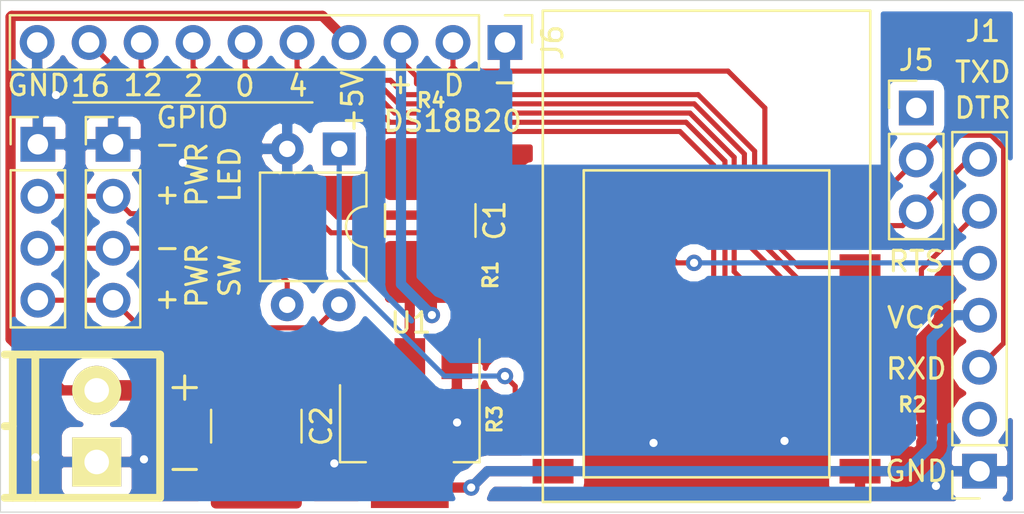
<source format=kicad_pcb>
(kicad_pcb (version 20171130) (host pcbnew 6.0.0-rc1-unknown-b491065~66~ubuntu16.04.1)

  (general
    (thickness 1.6)
    (drawings 30)
    (tracks 158)
    (zones 0)
    (modules 15)
    (nets 20)
  )

  (page A4)
  (layers
    (0 F.Cu signal)
    (31 B.Cu signal)
    (32 B.Adhes user)
    (33 F.Adhes user)
    (34 B.Paste user)
    (35 F.Paste user)
    (36 B.SilkS user)
    (37 F.SilkS user)
    (38 B.Mask user)
    (39 F.Mask user)
    (40 Dwgs.User user)
    (41 Cmts.User user)
    (42 Eco1.User user)
    (43 Eco2.User user)
    (44 Edge.Cuts user)
    (45 Margin user)
    (46 B.CrtYd user)
    (47 F.CrtYd user)
    (48 B.Fab user)
    (49 F.Fab user hide)
  )

  (setup
    (last_trace_width 0.25)
    (user_trace_width 0.3)
    (user_trace_width 0.4)
    (user_trace_width 0.5)
    (user_trace_width 0.6)
    (user_trace_width 0.7)
    (user_trace_width 0.8)
    (user_trace_width 0.9)
    (user_trace_width 1)
    (trace_clearance 0.2)
    (zone_clearance 0.508)
    (zone_45_only no)
    (trace_min 0.2)
    (via_size 0.8)
    (via_drill 0.4)
    (via_min_size 0.4)
    (via_min_drill 0.3)
    (uvia_size 0.3)
    (uvia_drill 0.1)
    (uvias_allowed no)
    (uvia_min_size 0.2)
    (uvia_min_drill 0.1)
    (edge_width 0.05)
    (segment_width 0.2)
    (pcb_text_width 0.3)
    (pcb_text_size 1.5 1.5)
    (mod_edge_width 0.12)
    (mod_text_size 1 1)
    (mod_text_width 0.15)
    (pad_size 1.524 1.524)
    (pad_drill 0.762)
    (pad_to_mask_clearance 0.051)
    (solder_mask_min_width 0.25)
    (aux_axis_origin 0 0)
    (visible_elements FFFFF77F)
    (pcbplotparams
      (layerselection 0x010fc_ffffffff)
      (usegerberextensions false)
      (usegerberattributes false)
      (usegerberadvancedattributes false)
      (creategerberjobfile false)
      (excludeedgelayer true)
      (linewidth 0.100000)
      (plotframeref false)
      (viasonmask false)
      (mode 1)
      (useauxorigin false)
      (hpglpennumber 1)
      (hpglpenspeed 20)
      (hpglpendiameter 15.000000)
      (psnegative false)
      (psa4output false)
      (plotreference true)
      (plotvalue true)
      (plotinvisibletext false)
      (padsonsilk false)
      (subtractmaskfromsilk false)
      (outputformat 1)
      (mirror false)
      (drillshape 1)
      (scaleselection 1)
      (outputdirectory ""))
  )

  (net 0 "")
  (net 1 GND)
  (net 2 "Net-(J1-Pad3)")
  (net 3 "Net-(J1-Pad5)")
  (net 4 "Net-(J1-Pad6)")
  (net 5 "Net-(J1-Pad7)")
  (net 6 "Net-(R1-Pad2)")
  (net 7 "Net-(R2-Pad1)")
  (net 8 "Net-(J3-Pad4)")
  (net 9 "Net-(J3-Pad3)")
  (net 10 "Net-(J3-Pad2)")
  (net 11 "Net-(R3-Pad2)")
  (net 12 "Net-(R3-Pad1)")
  (net 13 +5V)
  (net 14 "Net-(J6-Pad9)")
  (net 15 "Net-(J6-Pad8)")
  (net 16 "Net-(J6-Pad7)")
  (net 17 "Net-(J6-Pad5)")
  (net 18 "Net-(J6-Pad2)")
  (net 19 +3.3V)

  (net_class Default "Это класс цепей по умолчанию."
    (clearance 0.2)
    (trace_width 0.25)
    (via_dia 0.8)
    (via_drill 0.4)
    (uvia_dia 0.3)
    (uvia_drill 0.1)
    (add_net +3.3V)
    (add_net +5V)
    (add_net GND)
    (add_net "Net-(J1-Pad3)")
    (add_net "Net-(J1-Pad5)")
    (add_net "Net-(J1-Pad6)")
    (add_net "Net-(J1-Pad7)")
    (add_net "Net-(J3-Pad2)")
    (add_net "Net-(J3-Pad3)")
    (add_net "Net-(J3-Pad4)")
    (add_net "Net-(J6-Pad2)")
    (add_net "Net-(J6-Pad5)")
    (add_net "Net-(J6-Pad7)")
    (add_net "Net-(J6-Pad8)")
    (add_net "Net-(J6-Pad9)")
    (add_net "Net-(R1-Pad2)")
    (add_net "Net-(R2-Pad1)")
    (add_net "Net-(R3-Pad1)")
    (add_net "Net-(R3-Pad2)")
  )

  (module imm:ESP-12 (layer F.Cu) (tedit 5C475E31) (tstamp 5C173AFE)
    (at 124.5 63.5)
    (path /5C1C2D02)
    (attr smd)
    (fp_text reference U2 (at -9.5 -11.5) (layer F.SilkS) hide
      (effects (font (size 1 1) (thickness 0.15)))
    )
    (fp_text value ESP-12 (at 4.50904 12.0241) (layer F.SilkS) hide
      (effects (font (size 1.12225 1.12225) (thickness 0.05)))
    )
    (fp_line (start -8 -13) (end 8 -13) (layer F.SilkS) (width 0.127))
    (fp_line (start 8 -13) (end 8 11) (layer F.SilkS) (width 0.127))
    (fp_line (start 8 11) (end -8 11) (layer F.SilkS) (width 0.127))
    (fp_line (start -8 11) (end -8 -13) (layer F.SilkS) (width 0.127))
    (fp_line (start -6 -5.2) (end 6 -5.2) (layer F.SilkS) (width 0.127))
    (fp_line (start 6 -5.2) (end 6 9.8) (layer F.SilkS) (width 0.127))
    (fp_line (start 6 9.8) (end -6 9.8) (layer F.SilkS) (width 0.127))
    (fp_line (start -6 9.8) (end -6 -5.2) (layer F.SilkS) (width 0.127))
    (fp_text user Antenna (at -0.100217 -8.318014) (layer F.SilkS) hide
      (effects (font (size 1 1) (thickness 0.1)))
    )
    (pad 1 smd rect (at -7.5 -4.5) (size 2 1.2) (layers F.Cu F.Paste F.Mask)
      (net 3 "Net-(J1-Pad5)"))
    (pad 2 smd rect (at -7.5 -2.5) (size 2 1.2) (layers F.Cu F.Paste F.Mask))
    (pad 3 smd rect (at -7.5 -0.5) (size 2 1.2) (layers F.Cu F.Paste F.Mask)
      (net 6 "Net-(R1-Pad2)"))
    (pad 4 smd rect (at -7.5 1.5) (size 2 1.2) (layers F.Cu F.Paste F.Mask)
      (net 14 "Net-(J6-Pad9)"))
    (pad 5 smd rect (at -7.5 3.5) (size 2 1.2) (layers F.Cu F.Paste F.Mask)
      (net 10 "Net-(J3-Pad2)"))
    (pad 6 smd rect (at -7.5 5.5) (size 2 1.2) (layers F.Cu F.Paste F.Mask)
      (net 15 "Net-(J6-Pad8)"))
    (pad 7 smd rect (at -7.5 7.5) (size 2 1.2) (layers F.Cu F.Paste F.Mask)
      (net 12 "Net-(R3-Pad1)"))
    (pad 8 smd rect (at -7.5 9.5) (size 2 1.2) (layers F.Cu F.Paste F.Mask)
      (net 19 +3.3V))
    (pad 9 smd rect (at 7.5 9.5) (size 2 1.2) (layers F.Cu F.Paste F.Mask)
      (net 1 GND))
    (pad 10 smd rect (at 7.5 7.5) (size 2 1.2) (layers F.Cu F.Paste F.Mask)
      (net 7 "Net-(R2-Pad1)"))
    (pad 11 smd rect (at 7.5 5.5) (size 2 1.2) (layers F.Cu F.Paste F.Mask)
      (net 16 "Net-(J6-Pad7)"))
    (pad 12 smd rect (at 7.5 3.5) (size 2 1.2) (layers F.Cu F.Paste F.Mask)
      (net 4 "Net-(J1-Pad6)"))
    (pad 13 smd rect (at 7.5 1.5) (size 2 1.2) (layers F.Cu F.Paste F.Mask)
      (net 17 "Net-(J6-Pad5)"))
    (pad 14 smd rect (at 7.5 -0.5) (size 2 1.2) (layers F.Cu F.Paste F.Mask)
      (net 18 "Net-(J6-Pad2)"))
    (pad 15 smd rect (at 7.5 -2.5) (size 2 1.2) (layers F.Cu F.Paste F.Mask)
      (net 5 "Net-(J1-Pad7)"))
    (pad 16 smd rect (at 7.5 -4.5) (size 2 1.2) (layers F.Cu F.Paste F.Mask)
      (net 2 "Net-(J1-Pad3)"))
    (model ${ESPLIB}/ESP8266.3dshapes/ESP-12.wrl
      (offset (xyz -7 4.5 0))
      (scale (xyz 0.6001 0.0001 0.3937))
      (rotate (xyz 0 0 0))
    )
    (model /home/user/GIT/kicad_immlib/3d_shapes/ESP-12.wrl
      (offset (xyz -7 4.5 0))
      (scale (xyz 0.3937 0.3937 0.3937))
      (rotate (xyz 0 0 0))
    )
  )

  (module Resistor_SMD:R_0402_1005Metric (layer F.Cu) (tedit 5B301BBD) (tstamp 5C12038D)
    (at 110.98 53.88)
    (descr "Resistor SMD 0402 (1005 Metric), square (rectangular) end terminal, IPC_7351 nominal, (Body size source: http://www.tortai-tech.com/upload/download/2011102023233369053.pdf), generated with kicad-footprint-generator")
    (tags resistor)
    (path /5C13E49C)
    (attr smd)
    (fp_text reference R4 (at 0.06 1) (layer F.SilkS)
      (effects (font (size 0.7 0.7) (thickness 0.15)))
    )
    (fp_text value "4.7 k" (at 0 1.17) (layer F.Fab)
      (effects (font (size 1 1) (thickness 0.15)))
    )
    (fp_text user %R (at 0 0) (layer F.Fab)
      (effects (font (size 0.25 0.25) (thickness 0.04)))
    )
    (fp_line (start 0.93 0.47) (end -0.93 0.47) (layer F.CrtYd) (width 0.05))
    (fp_line (start 0.93 -0.47) (end 0.93 0.47) (layer F.CrtYd) (width 0.05))
    (fp_line (start -0.93 -0.47) (end 0.93 -0.47) (layer F.CrtYd) (width 0.05))
    (fp_line (start -0.93 0.47) (end -0.93 -0.47) (layer F.CrtYd) (width 0.05))
    (fp_line (start 0.5 0.25) (end -0.5 0.25) (layer F.Fab) (width 0.1))
    (fp_line (start 0.5 -0.25) (end 0.5 0.25) (layer F.Fab) (width 0.1))
    (fp_line (start -0.5 -0.25) (end 0.5 -0.25) (layer F.Fab) (width 0.1))
    (fp_line (start -0.5 0.25) (end -0.5 -0.25) (layer F.Fab) (width 0.1))
    (pad 2 smd roundrect (at 0.485 0) (size 0.59 0.64) (layers F.Cu F.Paste F.Mask) (roundrect_rratio 0.25)
      (net 18 "Net-(J6-Pad2)"))
    (pad 1 smd roundrect (at -0.485 0) (size 0.59 0.64) (layers F.Cu F.Paste F.Mask) (roundrect_rratio 0.25)
      (net 19 +3.3V))
    (model ${KISYS3DMOD}/Resistor_SMD.3dshapes/R_0402_1005Metric.wrl
      (at (xyz 0 0 0))
      (scale (xyz 1 1 1))
      (rotate (xyz 0 0 0))
    )
  )

  (module Connector_PinHeader_2.54mm:PinHeader_1x10_P2.54mm_Vertical (layer F.Cu) (tedit 59FED5CC) (tstamp 5C11E35A)
    (at 114.65 52.05 270)
    (descr "Through hole straight pin header, 1x10, 2.54mm pitch, single row")
    (tags "Through hole pin header THT 1x10 2.54mm single row")
    (path /5C12178D)
    (fp_text reference J6 (at 0 -2.33 270) (layer F.SilkS)
      (effects (font (size 1 1) (thickness 0.15)))
    )
    (fp_text value HEADER-1x10 (at 0 25.19 270) (layer F.Fab)
      (effects (font (size 1 1) (thickness 0.15)))
    )
    (fp_text user %R (at 0 11.43) (layer F.Fab)
      (effects (font (size 1 1) (thickness 0.15)))
    )
    (fp_line (start 1.8 -1.8) (end -1.8 -1.8) (layer F.CrtYd) (width 0.05))
    (fp_line (start 1.8 24.65) (end 1.8 -1.8) (layer F.CrtYd) (width 0.05))
    (fp_line (start -1.8 24.65) (end 1.8 24.65) (layer F.CrtYd) (width 0.05))
    (fp_line (start -1.8 -1.8) (end -1.8 24.65) (layer F.CrtYd) (width 0.05))
    (fp_line (start -1.33 -1.33) (end 0 -1.33) (layer F.SilkS) (width 0.12))
    (fp_line (start -1.33 0) (end -1.33 -1.33) (layer F.SilkS) (width 0.12))
    (fp_line (start -1.33 1.27) (end 1.33 1.27) (layer F.SilkS) (width 0.12))
    (fp_line (start 1.33 1.27) (end 1.33 24.19) (layer F.SilkS) (width 0.12))
    (fp_line (start -1.33 1.27) (end -1.33 24.19) (layer F.SilkS) (width 0.12))
    (fp_line (start -1.33 24.19) (end 1.33 24.19) (layer F.SilkS) (width 0.12))
    (fp_line (start -1.27 -0.635) (end -0.635 -1.27) (layer F.Fab) (width 0.1))
    (fp_line (start -1.27 24.13) (end -1.27 -0.635) (layer F.Fab) (width 0.1))
    (fp_line (start 1.27 24.13) (end -1.27 24.13) (layer F.Fab) (width 0.1))
    (fp_line (start 1.27 -1.27) (end 1.27 24.13) (layer F.Fab) (width 0.1))
    (fp_line (start -0.635 -1.27) (end 1.27 -1.27) (layer F.Fab) (width 0.1))
    (pad 10 thru_hole oval (at 0 22.86 270) (size 1.7 1.7) (drill 1) (layers *.Cu *.Mask)
      (net 1 GND))
    (pad 9 thru_hole oval (at 0 20.32 270) (size 1.7 1.7) (drill 1) (layers *.Cu *.Mask)
      (net 14 "Net-(J6-Pad9)"))
    (pad 8 thru_hole oval (at 0 17.78 270) (size 1.7 1.7) (drill 1) (layers *.Cu *.Mask)
      (net 15 "Net-(J6-Pad8)"))
    (pad 7 thru_hole oval (at 0 15.24 270) (size 1.7 1.7) (drill 1) (layers *.Cu *.Mask)
      (net 16 "Net-(J6-Pad7)"))
    (pad 6 thru_hole oval (at 0 12.7 270) (size 1.7 1.7) (drill 1) (layers *.Cu *.Mask)
      (net 4 "Net-(J1-Pad6)"))
    (pad 5 thru_hole oval (at 0 10.16 270) (size 1.7 1.7) (drill 1) (layers *.Cu *.Mask)
      (net 17 "Net-(J6-Pad5)"))
    (pad 4 thru_hole oval (at 0 7.62 270) (size 1.7 1.7) (drill 1) (layers *.Cu *.Mask)
      (net 13 +5V))
    (pad 3 thru_hole oval (at 0 5.08 270) (size 1.7 1.7) (drill 1) (layers *.Cu *.Mask)
      (net 19 +3.3V))
    (pad 2 thru_hole oval (at 0 2.54 270) (size 1.7 1.7) (drill 1) (layers *.Cu *.Mask)
      (net 18 "Net-(J6-Pad2)"))
    (pad 1 thru_hole rect (at 0 0 270) (size 1.7 1.7) (drill 1) (layers *.Cu *.Mask)
      (net 1 GND))
    (model ${KISYS3DMOD}/Connector_PinHeader_2.54mm.3dshapes/PinHeader_1x10_P2.54mm_Vertical.wrl
      (at (xyz 0 0 0))
      (scale (xyz 1 1 1))
      (rotate (xyz 0 0 0))
    )
  )

  (module Package_DIP:DIP-4_W7.62mm (layer F.Cu) (tedit 5A02E8C5) (tstamp 5C112053)
    (at 106.55 57.25 270)
    (descr "4-lead though-hole mounted DIP package, row spacing 7.62 mm (300 mils)")
    (tags "THT DIP DIL PDIP 2.54mm 7.62mm 300mil")
    (path /5C1152ED)
    (fp_text reference U3 (at -1.7 1.4) (layer F.SilkS) hide
      (effects (font (size 1 1) (thickness 0.15)))
    )
    (fp_text value EL814 (at 3.81 4.87 270) (layer F.Fab)
      (effects (font (size 1 1) (thickness 0.15)))
    )
    (fp_text user %R (at 3.81 1.27 270) (layer F.Fab)
      (effects (font (size 1 1) (thickness 0.15)))
    )
    (fp_line (start 8.7 -1.55) (end -1.1 -1.55) (layer F.CrtYd) (width 0.05))
    (fp_line (start 8.7 4.1) (end 8.7 -1.55) (layer F.CrtYd) (width 0.05))
    (fp_line (start -1.1 4.1) (end 8.7 4.1) (layer F.CrtYd) (width 0.05))
    (fp_line (start -1.1 -1.55) (end -1.1 4.1) (layer F.CrtYd) (width 0.05))
    (fp_line (start 6.46 -1.33) (end 4.81 -1.33) (layer F.SilkS) (width 0.12))
    (fp_line (start 6.46 3.87) (end 6.46 -1.33) (layer F.SilkS) (width 0.12))
    (fp_line (start 1.16 3.87) (end 6.46 3.87) (layer F.SilkS) (width 0.12))
    (fp_line (start 1.16 -1.33) (end 1.16 3.87) (layer F.SilkS) (width 0.12))
    (fp_line (start 2.81 -1.33) (end 1.16 -1.33) (layer F.SilkS) (width 0.12))
    (fp_line (start 0.635 -0.27) (end 1.635 -1.27) (layer F.Fab) (width 0.1))
    (fp_line (start 0.635 3.81) (end 0.635 -0.27) (layer F.Fab) (width 0.1))
    (fp_line (start 6.985 3.81) (end 0.635 3.81) (layer F.Fab) (width 0.1))
    (fp_line (start 6.985 -1.27) (end 6.985 3.81) (layer F.Fab) (width 0.1))
    (fp_line (start 1.635 -1.27) (end 6.985 -1.27) (layer F.Fab) (width 0.1))
    (fp_arc (start 3.81 -1.33) (end 2.81 -1.33) (angle -180) (layer F.SilkS) (width 0.12))
    (pad 4 thru_hole oval (at 7.62 0 270) (size 1.6 1.6) (drill 0.8) (layers *.Cu *.Mask)
      (net 8 "Net-(J3-Pad4)"))
    (pad 2 thru_hole oval (at 0 2.54 270) (size 1.6 1.6) (drill 0.8) (layers *.Cu *.Mask)
      (net 1 GND))
    (pad 3 thru_hole oval (at 7.62 2.54 270) (size 1.6 1.6) (drill 0.8) (layers *.Cu *.Mask)
      (net 9 "Net-(J3-Pad3)"))
    (pad 1 thru_hole rect (at 0 0 270) (size 1.6 1.6) (drill 0.8) (layers *.Cu *.Mask)
      (net 11 "Net-(R3-Pad2)"))
    (model ${KISYS3DMOD}/Package_DIP.3dshapes/DIP-4_W7.62mm.wrl
      (at (xyz 0 0 0))
      (scale (xyz 1 1 1))
      (rotate (xyz 0 0 0))
    )
  )

  (module Resistor_SMD:R_0402_1005Metric (layer F.Cu) (tedit 5B301BBD) (tstamp 5C111FD9)
    (at 115.15 70.465 90)
    (descr "Resistor SMD 0402 (1005 Metric), square (rectangular) end terminal, IPC_7351 nominal, (Body size source: http://www.tortai-tech.com/upload/download/2011102023233369053.pdf), generated with kicad-footprint-generator")
    (tags resistor)
    (path /5C11AF97)
    (attr smd)
    (fp_text reference R3 (at 0 -1 90) (layer F.SilkS)
      (effects (font (size 0.7 0.7) (thickness 0.15)))
    )
    (fp_text value "1 k" (at 0 1.17 90) (layer F.Fab)
      (effects (font (size 1 1) (thickness 0.15)))
    )
    (fp_text user %R (at 0 0 90) (layer F.Fab)
      (effects (font (size 0.25 0.25) (thickness 0.04)))
    )
    (fp_line (start 0.93 0.47) (end -0.93 0.47) (layer F.CrtYd) (width 0.05))
    (fp_line (start 0.93 -0.47) (end 0.93 0.47) (layer F.CrtYd) (width 0.05))
    (fp_line (start -0.93 -0.47) (end 0.93 -0.47) (layer F.CrtYd) (width 0.05))
    (fp_line (start -0.93 0.47) (end -0.93 -0.47) (layer F.CrtYd) (width 0.05))
    (fp_line (start 0.5 0.25) (end -0.5 0.25) (layer F.Fab) (width 0.1))
    (fp_line (start 0.5 -0.25) (end 0.5 0.25) (layer F.Fab) (width 0.1))
    (fp_line (start -0.5 -0.25) (end 0.5 -0.25) (layer F.Fab) (width 0.1))
    (fp_line (start -0.5 0.25) (end -0.5 -0.25) (layer F.Fab) (width 0.1))
    (pad 2 smd roundrect (at 0.485 0 90) (size 0.59 0.64) (layers F.Cu F.Paste F.Mask) (roundrect_rratio 0.25)
      (net 11 "Net-(R3-Pad2)"))
    (pad 1 smd roundrect (at -0.485 0 90) (size 0.59 0.64) (layers F.Cu F.Paste F.Mask) (roundrect_rratio 0.25)
      (net 12 "Net-(R3-Pad1)"))
    (model ${KISYS3DMOD}/Resistor_SMD.3dshapes/R_0402_1005Metric.wrl
      (at (xyz 0 0 0))
      (scale (xyz 1 1 1))
      (rotate (xyz 0 0 0))
    )
  )

  (module Package_TO_SOT_SMD:SOT-223-3_TabPin2 (layer F.Cu) (tedit 5A02FF57) (tstamp 5C173AE1)
    (at 110 70.65 270)
    (descr "module CMS SOT223 4 pins")
    (tags "CMS SOT")
    (path /5C1CA8F6)
    (attr smd)
    (fp_text reference U1 (at -4.9 -0.05) (layer F.SilkS)
      (effects (font (size 1 1) (thickness 0.15)))
    )
    (fp_text value LM1117-3.3 (at 0 4.5 270) (layer F.Fab)
      (effects (font (size 1 1) (thickness 0.15)))
    )
    (fp_line (start 1.85 -3.35) (end 1.85 3.35) (layer F.Fab) (width 0.1))
    (fp_line (start -1.85 3.35) (end 1.85 3.35) (layer F.Fab) (width 0.1))
    (fp_line (start -4.1 -3.41) (end 1.91 -3.41) (layer F.SilkS) (width 0.12))
    (fp_line (start -0.85 -3.35) (end 1.85 -3.35) (layer F.Fab) (width 0.1))
    (fp_line (start -1.85 3.41) (end 1.91 3.41) (layer F.SilkS) (width 0.12))
    (fp_line (start -1.85 -2.35) (end -1.85 3.35) (layer F.Fab) (width 0.1))
    (fp_line (start -1.85 -2.35) (end -0.85 -3.35) (layer F.Fab) (width 0.1))
    (fp_line (start -4.4 -3.6) (end -4.4 3.6) (layer F.CrtYd) (width 0.05))
    (fp_line (start -4.4 3.6) (end 4.4 3.6) (layer F.CrtYd) (width 0.05))
    (fp_line (start 4.4 3.6) (end 4.4 -3.6) (layer F.CrtYd) (width 0.05))
    (fp_line (start 4.4 -3.6) (end -4.4 -3.6) (layer F.CrtYd) (width 0.05))
    (fp_line (start 1.91 -3.41) (end 1.91 -2.15) (layer F.SilkS) (width 0.12))
    (fp_line (start 1.91 3.41) (end 1.91 2.15) (layer F.SilkS) (width 0.12))
    (fp_text user %R (at 0 0) (layer F.Fab)
      (effects (font (size 0.8 0.8) (thickness 0.12)))
    )
    (pad 1 smd rect (at -3.15 -2.3 270) (size 2 1.5) (layers F.Cu F.Paste F.Mask)
      (net 1 GND))
    (pad 3 smd rect (at -3.15 2.3 270) (size 2 1.5) (layers F.Cu F.Paste F.Mask)
      (net 13 +5V))
    (pad 2 smd rect (at -3.15 0 270) (size 2 1.5) (layers F.Cu F.Paste F.Mask)
      (net 19 +3.3V))
    (pad 2 smd rect (at 3.15 0 270) (size 2 3.8) (layers F.Cu F.Paste F.Mask)
      (net 19 +3.3V))
    (model ${KISYS3DMOD}/Package_TO_SOT_SMD.3dshapes/SOT-223.wrl
      (at (xyz 0 0 0))
      (scale (xyz 1 1 1))
      (rotate (xyz 0 0 0))
    )
  )

  (module Connector_PinHeader_2.54mm:PinHeader_1x03_P2.54mm_Vertical (layer F.Cu) (tedit 59FED5CC) (tstamp 5C111052)
    (at 134.75 55.25)
    (descr "Through hole straight pin header, 1x03, 2.54mm pitch, single row")
    (tags "Through hole pin header THT 1x03 2.54mm single row")
    (path /5C111783)
    (fp_text reference J5 (at 0 -2.33) (layer F.SilkS)
      (effects (font (size 1 1) (thickness 0.15)))
    )
    (fp_text value HEADER-1x03 (at 0 7.41) (layer F.Fab)
      (effects (font (size 1 1) (thickness 0.15)))
    )
    (fp_text user %R (at 0 2.54 90) (layer F.Fab)
      (effects (font (size 1 1) (thickness 0.15)))
    )
    (fp_line (start 1.8 -1.8) (end -1.8 -1.8) (layer F.CrtYd) (width 0.05))
    (fp_line (start 1.8 6.85) (end 1.8 -1.8) (layer F.CrtYd) (width 0.05))
    (fp_line (start -1.8 6.85) (end 1.8 6.85) (layer F.CrtYd) (width 0.05))
    (fp_line (start -1.8 -1.8) (end -1.8 6.85) (layer F.CrtYd) (width 0.05))
    (fp_line (start -1.33 -1.33) (end 0 -1.33) (layer F.SilkS) (width 0.12))
    (fp_line (start -1.33 0) (end -1.33 -1.33) (layer F.SilkS) (width 0.12))
    (fp_line (start -1.33 1.27) (end 1.33 1.27) (layer F.SilkS) (width 0.12))
    (fp_line (start 1.33 1.27) (end 1.33 6.41) (layer F.SilkS) (width 0.12))
    (fp_line (start -1.33 1.27) (end -1.33 6.41) (layer F.SilkS) (width 0.12))
    (fp_line (start -1.33 6.41) (end 1.33 6.41) (layer F.SilkS) (width 0.12))
    (fp_line (start -1.27 -0.635) (end -0.635 -1.27) (layer F.Fab) (width 0.1))
    (fp_line (start -1.27 6.35) (end -1.27 -0.635) (layer F.Fab) (width 0.1))
    (fp_line (start 1.27 6.35) (end -1.27 6.35) (layer F.Fab) (width 0.1))
    (fp_line (start 1.27 -1.27) (end 1.27 6.35) (layer F.Fab) (width 0.1))
    (fp_line (start -0.635 -1.27) (end 1.27 -1.27) (layer F.Fab) (width 0.1))
    (pad 3 thru_hole oval (at 0 5.08) (size 1.7 1.7) (drill 1) (layers *.Cu *.Mask)
      (net 5 "Net-(J1-Pad7)"))
    (pad 2 thru_hole oval (at 0 2.54) (size 1.7 1.7) (drill 1) (layers *.Cu *.Mask)
      (net 2 "Net-(J1-Pad3)"))
    (pad 1 thru_hole rect (at 0 0) (size 1.7 1.7) (drill 1) (layers *.Cu *.Mask))
    (model ${KISYS3DMOD}/Connector_PinHeader_2.54mm.3dshapes/PinHeader_1x03_P2.54mm_Vertical.wrl
      (at (xyz 0 0 0))
      (scale (xyz 1 1 1))
      (rotate (xyz 0 0 0))
    )
  )

  (module Connector_PinHeader_2.54mm:PinHeader_1x04_P2.54mm_Vertical (layer F.Cu) (tedit 59FED5CC) (tstamp 5C110045)
    (at 95.5 57.025001)
    (descr "Through hole straight pin header, 1x04, 2.54mm pitch, single row")
    (tags "Through hole pin header THT 1x04 2.54mm single row")
    (path /5C1125F5)
    (fp_text reference J4 (at 0 -2.33) (layer F.SilkS) hide
      (effects (font (size 1 1) (thickness 0.15)))
    )
    (fp_text value HEADER-1x04 (at 0 9.95) (layer F.Fab)
      (effects (font (size 1 1) (thickness 0.15)))
    )
    (fp_text user %R (at 0 3.81 90) (layer F.Fab)
      (effects (font (size 1 1) (thickness 0.15)))
    )
    (fp_line (start 1.8 -1.8) (end -1.8 -1.8) (layer F.CrtYd) (width 0.05))
    (fp_line (start 1.8 9.4) (end 1.8 -1.8) (layer F.CrtYd) (width 0.05))
    (fp_line (start -1.8 9.4) (end 1.8 9.4) (layer F.CrtYd) (width 0.05))
    (fp_line (start -1.8 -1.8) (end -1.8 9.4) (layer F.CrtYd) (width 0.05))
    (fp_line (start -1.33 -1.33) (end 0 -1.33) (layer F.SilkS) (width 0.12))
    (fp_line (start -1.33 0) (end -1.33 -1.33) (layer F.SilkS) (width 0.12))
    (fp_line (start -1.33 1.27) (end 1.33 1.27) (layer F.SilkS) (width 0.12))
    (fp_line (start 1.33 1.27) (end 1.33 8.95) (layer F.SilkS) (width 0.12))
    (fp_line (start -1.33 1.27) (end -1.33 8.95) (layer F.SilkS) (width 0.12))
    (fp_line (start -1.33 8.95) (end 1.33 8.95) (layer F.SilkS) (width 0.12))
    (fp_line (start -1.27 -0.635) (end -0.635 -1.27) (layer F.Fab) (width 0.1))
    (fp_line (start -1.27 8.89) (end -1.27 -0.635) (layer F.Fab) (width 0.1))
    (fp_line (start 1.27 8.89) (end -1.27 8.89) (layer F.Fab) (width 0.1))
    (fp_line (start 1.27 -1.27) (end 1.27 8.89) (layer F.Fab) (width 0.1))
    (fp_line (start -0.635 -1.27) (end 1.27 -1.27) (layer F.Fab) (width 0.1))
    (pad 4 thru_hole oval (at 0 7.62) (size 1.7 1.7) (drill 1) (layers *.Cu *.Mask)
      (net 8 "Net-(J3-Pad4)"))
    (pad 3 thru_hole oval (at 0 5.08) (size 1.7 1.7) (drill 1) (layers *.Cu *.Mask)
      (net 9 "Net-(J3-Pad3)"))
    (pad 2 thru_hole oval (at 0 2.54) (size 1.7 1.7) (drill 1) (layers *.Cu *.Mask)
      (net 10 "Net-(J3-Pad2)"))
    (pad 1 thru_hole rect (at 0 0) (size 1.7 1.7) (drill 1) (layers *.Cu *.Mask)
      (net 1 GND))
    (model ${KISYS3DMOD}/Connector_PinHeader_2.54mm.3dshapes/PinHeader_1x04_P2.54mm_Vertical.wrl
      (at (xyz 0 0 0))
      (scale (xyz 1 1 1))
      (rotate (xyz 0 0 0))
    )
  )

  (module Connector_PinHeader_2.54mm:PinHeader_1x04_P2.54mm_Vertical (layer F.Cu) (tedit 59FED5CC) (tstamp 5C11002D)
    (at 91.825001 57.025001)
    (descr "Through hole straight pin header, 1x04, 2.54mm pitch, single row")
    (tags "Through hole pin header THT 1x04 2.54mm single row")
    (path /5C1134D5)
    (fp_text reference J3 (at 0 -2.33) (layer F.SilkS) hide
      (effects (font (size 1 1) (thickness 0.15)))
    )
    (fp_text value HEADER-1x04 (at 0 9.95) (layer F.Fab)
      (effects (font (size 1 1) (thickness 0.15)))
    )
    (fp_text user %R (at 0 3.81 90) (layer F.Fab)
      (effects (font (size 1 1) (thickness 0.15)))
    )
    (fp_line (start 1.8 -1.8) (end -1.8 -1.8) (layer F.CrtYd) (width 0.05))
    (fp_line (start 1.8 9.4) (end 1.8 -1.8) (layer F.CrtYd) (width 0.05))
    (fp_line (start -1.8 9.4) (end 1.8 9.4) (layer F.CrtYd) (width 0.05))
    (fp_line (start -1.8 -1.8) (end -1.8 9.4) (layer F.CrtYd) (width 0.05))
    (fp_line (start -1.33 -1.33) (end 0 -1.33) (layer F.SilkS) (width 0.12))
    (fp_line (start -1.33 0) (end -1.33 -1.33) (layer F.SilkS) (width 0.12))
    (fp_line (start -1.33 1.27) (end 1.33 1.27) (layer F.SilkS) (width 0.12))
    (fp_line (start 1.33 1.27) (end 1.33 8.95) (layer F.SilkS) (width 0.12))
    (fp_line (start -1.33 1.27) (end -1.33 8.95) (layer F.SilkS) (width 0.12))
    (fp_line (start -1.33 8.95) (end 1.33 8.95) (layer F.SilkS) (width 0.12))
    (fp_line (start -1.27 -0.635) (end -0.635 -1.27) (layer F.Fab) (width 0.1))
    (fp_line (start -1.27 8.89) (end -1.27 -0.635) (layer F.Fab) (width 0.1))
    (fp_line (start 1.27 8.89) (end -1.27 8.89) (layer F.Fab) (width 0.1))
    (fp_line (start 1.27 -1.27) (end 1.27 8.89) (layer F.Fab) (width 0.1))
    (fp_line (start -0.635 -1.27) (end 1.27 -1.27) (layer F.Fab) (width 0.1))
    (pad 4 thru_hole oval (at 0 7.62) (size 1.7 1.7) (drill 1) (layers *.Cu *.Mask)
      (net 8 "Net-(J3-Pad4)"))
    (pad 3 thru_hole oval (at 0 5.08) (size 1.7 1.7) (drill 1) (layers *.Cu *.Mask)
      (net 9 "Net-(J3-Pad3)"))
    (pad 2 thru_hole oval (at 0 2.54) (size 1.7 1.7) (drill 1) (layers *.Cu *.Mask)
      (net 10 "Net-(J3-Pad2)"))
    (pad 1 thru_hole rect (at 0 0) (size 1.7 1.7) (drill 1) (layers *.Cu *.Mask)
      (net 1 GND))
    (model ${KISYS3DMOD}/Connector_PinHeader_2.54mm.3dshapes/PinHeader_1x04_P2.54mm_Vertical.wrl
      (at (xyz 0 0 0))
      (scale (xyz 1 1 1))
      (rotate (xyz 0 0 0))
    )
  )

  (module Capacitor_SMD:C_2816_7142Metric (layer F.Cu) (tedit 5B341556) (tstamp 5C10F3CE)
    (at 102.5 70.8 270)
    (descr "Capacitor SMD 2816 (7142 Metric), square (rectangular) end terminal, IPC_7351 nominal, (Body size from: https://www.vishay.com/docs/30100/wsl.pdf), generated with kicad-footprint-generator")
    (tags capacitor)
    (path /5C111B4C)
    (attr smd)
    (fp_text reference C2 (at 0 -3.18 270) (layer F.SilkS)
      (effects (font (size 1 1) (thickness 0.15)))
    )
    (fp_text value CP (at 0 3.18 270) (layer F.Fab)
      (effects (font (size 1 1) (thickness 0.15)))
    )
    (fp_text user %R (at 0 0 270) (layer F.Fab)
      (effects (font (size 1 1) (thickness 0.15)))
    )
    (fp_line (start 4.28 2.48) (end -4.28 2.48) (layer F.CrtYd) (width 0.05))
    (fp_line (start 4.28 -2.48) (end 4.28 2.48) (layer F.CrtYd) (width 0.05))
    (fp_line (start -4.28 -2.48) (end 4.28 -2.48) (layer F.CrtYd) (width 0.05))
    (fp_line (start -4.28 2.48) (end -4.28 -2.48) (layer F.CrtYd) (width 0.05))
    (fp_line (start -0.797369 2.21) (end 0.797369 2.21) (layer F.SilkS) (width 0.12))
    (fp_line (start -0.797369 -2.21) (end 0.797369 -2.21) (layer F.SilkS) (width 0.12))
    (fp_line (start 3.55 2.1) (end -3.55 2.1) (layer F.Fab) (width 0.1))
    (fp_line (start 3.55 -2.1) (end 3.55 2.1) (layer F.Fab) (width 0.1))
    (fp_line (start -3.55 -2.1) (end 3.55 -2.1) (layer F.Fab) (width 0.1))
    (fp_line (start -3.55 2.1) (end -3.55 -2.1) (layer F.Fab) (width 0.1))
    (pad 2 smd roundrect (at 2.5125 0 270) (size 3.025 4.45) (layers F.Cu F.Paste F.Mask) (roundrect_rratio 0.082645)
      (net 1 GND))
    (pad 1 smd roundrect (at -2.5125 0 270) (size 3.025 4.45) (layers F.Cu F.Paste F.Mask) (roundrect_rratio 0.082645)
      (net 13 +5V))
    (model ${KISYS3DMOD}/Capacitor_SMD.3dshapes/C_2816_7142Metric.wrl
      (at (xyz 0 0 0))
      (scale (xyz 1 1 1))
      (rotate (xyz 0 0 0))
    )
  )

  (module w_conn_pt-1,5:pt_1,5-2-3,5-h (layer F.Cu) (tedit 0) (tstamp 5C10F0BB)
    (at 94 70.8 270)
    (descr "2-way 3.5mm pitch terminal block, Phoenix PT series")
    (path /5C10EE9D)
    (fp_text reference J2 (at 0.05 -5.05 270) (layer F.SilkS) hide
      (effects (font (size 1 1) (thickness 0.15)))
    )
    (fp_text value HEADER-1x02 (at 0 -5 270) (layer F.SilkS) hide
      (effects (font (size 1.5 1.5) (thickness 0.3)))
    )
    (fp_line (start 3.5 -3.8) (end -3.5 -3.8) (layer F.SilkS) (width 0.381))
    (fp_line (start 3.5 3.8) (end 3.5 -3.8) (layer F.SilkS) (width 0.381))
    (fp_line (start -3.5 -3.8) (end -3.5 3.8) (layer F.SilkS) (width 0.381))
    (fp_line (start -3.5 3.4) (end 3.5 3.4) (layer F.SilkS) (width 0.381))
    (fp_line (start -3.5 2.3) (end 3.5 2.3) (layer F.SilkS) (width 0.381))
    (fp_line (start 0 3.4) (end 0 3.8) (layer F.SilkS) (width 0.381))
    (pad 1 thru_hole rect (at 1.75 -0.7 270) (size 2.4 2.4) (drill 1.2) (layers *.Cu *.Mask F.SilkS)
      (net 1 GND))
    (pad 2 thru_hole circle (at -1.75 -0.7 270) (size 2.4 2.4) (drill 1.2) (layers *.Cu *.Mask F.SilkS)
      (net 13 +5V))
    (model /home/user/kicad/lib/walter/conn_pt-1_5/pt_1,5-2-3,5-h.wrl
      (at (xyz 0 0 0))
      (scale (xyz 1 1 1))
      (rotate (xyz 0 0 0))
    )
  )

  (module Capacitor_SMD:C_2816_7142Metric (layer F.Cu) (tedit 5B341556) (tstamp 5C173A93)
    (at 111 60.75 90)
    (descr "Capacitor SMD 2816 (7142 Metric), square (rectangular) end terminal, IPC_7351 nominal, (Body size from: https://www.vishay.com/docs/30100/wsl.pdf), generated with kicad-footprint-generator")
    (tags capacitor)
    (path /5C1CCDFD)
    (attr smd)
    (fp_text reference C1 (at 0 3.15 90) (layer F.SilkS)
      (effects (font (size 1 1) (thickness 0.15)))
    )
    (fp_text value CP (at 0 3.18 90) (layer F.Fab)
      (effects (font (size 1 1) (thickness 0.15)))
    )
    (fp_line (start -3.55 2.1) (end -3.55 -2.1) (layer F.Fab) (width 0.1))
    (fp_line (start -3.55 -2.1) (end 3.55 -2.1) (layer F.Fab) (width 0.1))
    (fp_line (start 3.55 -2.1) (end 3.55 2.1) (layer F.Fab) (width 0.1))
    (fp_line (start 3.55 2.1) (end -3.55 2.1) (layer F.Fab) (width 0.1))
    (fp_line (start -0.797369 -2.21) (end 0.797369 -2.21) (layer F.SilkS) (width 0.12))
    (fp_line (start -0.797369 2.21) (end 0.797369 2.21) (layer F.SilkS) (width 0.12))
    (fp_line (start -4.28 2.48) (end -4.28 -2.48) (layer F.CrtYd) (width 0.05))
    (fp_line (start -4.28 -2.48) (end 4.28 -2.48) (layer F.CrtYd) (width 0.05))
    (fp_line (start 4.28 -2.48) (end 4.28 2.48) (layer F.CrtYd) (width 0.05))
    (fp_line (start 4.28 2.48) (end -4.28 2.48) (layer F.CrtYd) (width 0.05))
    (fp_text user %R (at 0 0 90) (layer F.Fab)
      (effects (font (size 1 1) (thickness 0.15)))
    )
    (pad 1 smd roundrect (at -2.5125 0 90) (size 3.025 4.45) (layers F.Cu F.Paste F.Mask) (roundrect_rratio 0.082645)
      (net 19 +3.3V))
    (pad 2 smd roundrect (at 2.5125 0 90) (size 3.025 4.45) (layers F.Cu F.Paste F.Mask) (roundrect_rratio 0.082645)
      (net 1 GND))
    (model ${KISYS3DMOD}/Capacitor_SMD.3dshapes/C_2816_7142Metric.wrl
      (at (xyz 0 0 0))
      (scale (xyz 1 1 1))
      (rotate (xyz 0 0 0))
    )
  )

  (module Connector_PinSocket_2.54mm:PinSocket_1x07_P2.54mm_Vertical (layer F.Cu) (tedit 5A19A433) (tstamp 5C173AAE)
    (at 137.84 73 180)
    (descr "Through hole straight socket strip, 1x07, 2.54mm pitch, single row (from Kicad 4.0.7), script generated")
    (tags "Through hole socket strip THT 1x07 2.54mm single row")
    (path /5C1C7156)
    (fp_text reference J1 (at -0.16 21.5 180) (layer F.SilkS)
      (effects (font (size 1 1) (thickness 0.15)))
    )
    (fp_text value HEADER-1x07 (at 0 18.01 180) (layer F.Fab)
      (effects (font (size 1 1) (thickness 0.15)))
    )
    (fp_line (start -1.27 -1.27) (end 0.635 -1.27) (layer F.Fab) (width 0.1))
    (fp_line (start 0.635 -1.27) (end 1.27 -0.635) (layer F.Fab) (width 0.1))
    (fp_line (start 1.27 -0.635) (end 1.27 16.51) (layer F.Fab) (width 0.1))
    (fp_line (start 1.27 16.51) (end -1.27 16.51) (layer F.Fab) (width 0.1))
    (fp_line (start -1.27 16.51) (end -1.27 -1.27) (layer F.Fab) (width 0.1))
    (fp_line (start -1.33 1.27) (end 1.33 1.27) (layer F.SilkS) (width 0.12))
    (fp_line (start -1.33 1.27) (end -1.33 16.57) (layer F.SilkS) (width 0.12))
    (fp_line (start -1.33 16.57) (end 1.33 16.57) (layer F.SilkS) (width 0.12))
    (fp_line (start 1.33 1.27) (end 1.33 16.57) (layer F.SilkS) (width 0.12))
    (fp_line (start 1.33 -1.33) (end 1.33 0) (layer F.SilkS) (width 0.12))
    (fp_line (start 0 -1.33) (end 1.33 -1.33) (layer F.SilkS) (width 0.12))
    (fp_line (start -1.8 -1.8) (end 1.75 -1.8) (layer F.CrtYd) (width 0.05))
    (fp_line (start 1.75 -1.8) (end 1.75 17) (layer F.CrtYd) (width 0.05))
    (fp_line (start 1.75 17) (end -1.8 17) (layer F.CrtYd) (width 0.05))
    (fp_line (start -1.8 17) (end -1.8 -1.8) (layer F.CrtYd) (width 0.05))
    (fp_text user %R (at 0 7.62 270) (layer F.Fab)
      (effects (font (size 1 1) (thickness 0.15)))
    )
    (pad 1 thru_hole rect (at 0 0 180) (size 1.7 1.7) (drill 1) (layers *.Cu *.Mask)
      (net 1 GND))
    (pad 2 thru_hole oval (at 0 2.54 180) (size 1.7 1.7) (drill 1) (layers *.Cu *.Mask))
    (pad 3 thru_hole oval (at 0 5.08 180) (size 1.7 1.7) (drill 1) (layers *.Cu *.Mask)
      (net 2 "Net-(J1-Pad3)"))
    (pad 4 thru_hole oval (at 0 7.62 180) (size 1.7 1.7) (drill 1) (layers *.Cu *.Mask)
      (net 19 +3.3V))
    (pad 5 thru_hole oval (at 0 10.16 180) (size 1.7 1.7) (drill 1) (layers *.Cu *.Mask)
      (net 3 "Net-(J1-Pad5)"))
    (pad 6 thru_hole oval (at 0 12.7 180) (size 1.7 1.7) (drill 1) (layers *.Cu *.Mask)
      (net 4 "Net-(J1-Pad6)"))
    (pad 7 thru_hole oval (at 0 15.24 180) (size 1.7 1.7) (drill 1) (layers *.Cu *.Mask)
      (net 5 "Net-(J1-Pad7)"))
    (model ${KISYS3DMOD}/Connector_PinSocket_2.54mm.3dshapes/PinSocket_1x07_P2.54mm_Vertical.wrl
      (at (xyz 0 0 0))
      (scale (xyz 1 1 1))
      (rotate (xyz 0 0 0))
    )
  )

  (module Resistor_SMD:R_0402_1005Metric (layer F.Cu) (tedit 5B301BBD) (tstamp 5C173ABD)
    (at 114.85 63.465 90)
    (descr "Resistor SMD 0402 (1005 Metric), square (rectangular) end terminal, IPC_7351 nominal, (Body size source: http://www.tortai-tech.com/upload/download/2011102023233369053.pdf), generated with kicad-footprint-generator")
    (tags resistor)
    (path /5C1C3A77)
    (attr smd)
    (fp_text reference R1 (at 0.05 -0.9 90) (layer F.SilkS)
      (effects (font (size 0.7 0.7) (thickness 0.15)))
    )
    (fp_text value "10 k" (at 0 1.17 90) (layer F.Fab)
      (effects (font (size 1 1) (thickness 0.15)))
    )
    (fp_line (start -0.5 0.25) (end -0.5 -0.25) (layer F.Fab) (width 0.1))
    (fp_line (start -0.5 -0.25) (end 0.5 -0.25) (layer F.Fab) (width 0.1))
    (fp_line (start 0.5 -0.25) (end 0.5 0.25) (layer F.Fab) (width 0.1))
    (fp_line (start 0.5 0.25) (end -0.5 0.25) (layer F.Fab) (width 0.1))
    (fp_line (start -0.93 0.47) (end -0.93 -0.47) (layer F.CrtYd) (width 0.05))
    (fp_line (start -0.93 -0.47) (end 0.93 -0.47) (layer F.CrtYd) (width 0.05))
    (fp_line (start 0.93 -0.47) (end 0.93 0.47) (layer F.CrtYd) (width 0.05))
    (fp_line (start 0.93 0.47) (end -0.93 0.47) (layer F.CrtYd) (width 0.05))
    (fp_text user %R (at 0 0 90) (layer F.Fab)
      (effects (font (size 0.25 0.25) (thickness 0.04)))
    )
    (pad 1 smd roundrect (at -0.485 0 90) (size 0.59 0.64) (layers F.Cu F.Paste F.Mask) (roundrect_rratio 0.25)
      (net 19 +3.3V))
    (pad 2 smd roundrect (at 0.485 0 90) (size 0.59 0.64) (layers F.Cu F.Paste F.Mask) (roundrect_rratio 0.25)
      (net 6 "Net-(R1-Pad2)"))
    (model ${KISYS3DMOD}/Resistor_SMD.3dshapes/R_0402_1005Metric.wrl
      (at (xyz 0 0 0))
      (scale (xyz 1 1 1))
      (rotate (xyz 0 0 0))
    )
  )

  (module Resistor_SMD:R_0402_1005Metric (layer F.Cu) (tedit 5B301BBD) (tstamp 5C173ACC)
    (at 134.515 71)
    (descr "Resistor SMD 0402 (1005 Metric), square (rectangular) end terminal, IPC_7351 nominal, (Body size source: http://www.tortai-tech.com/upload/download/2011102023233369053.pdf), generated with kicad-footprint-generator")
    (tags resistor)
    (path /5C1C490F)
    (attr smd)
    (fp_text reference R2 (at 0.04 -1.25) (layer F.SilkS)
      (effects (font (size 0.7 0.7) (thickness 0.15)))
    )
    (fp_text value "10 k" (at 0 1.17) (layer F.Fab)
      (effects (font (size 1 1) (thickness 0.15)))
    )
    (fp_text user %R (at 0 0) (layer F.Fab)
      (effects (font (size 0.25 0.25) (thickness 0.04)))
    )
    (fp_line (start 0.93 0.47) (end -0.93 0.47) (layer F.CrtYd) (width 0.05))
    (fp_line (start 0.93 -0.47) (end 0.93 0.47) (layer F.CrtYd) (width 0.05))
    (fp_line (start -0.93 -0.47) (end 0.93 -0.47) (layer F.CrtYd) (width 0.05))
    (fp_line (start -0.93 0.47) (end -0.93 -0.47) (layer F.CrtYd) (width 0.05))
    (fp_line (start 0.5 0.25) (end -0.5 0.25) (layer F.Fab) (width 0.1))
    (fp_line (start 0.5 -0.25) (end 0.5 0.25) (layer F.Fab) (width 0.1))
    (fp_line (start -0.5 -0.25) (end 0.5 -0.25) (layer F.Fab) (width 0.1))
    (fp_line (start -0.5 0.25) (end -0.5 -0.25) (layer F.Fab) (width 0.1))
    (pad 2 smd roundrect (at 0.485 0) (size 0.59 0.64) (layers F.Cu F.Paste F.Mask) (roundrect_rratio 0.25)
      (net 1 GND))
    (pad 1 smd roundrect (at -0.485 0) (size 0.59 0.64) (layers F.Cu F.Paste F.Mask) (roundrect_rratio 0.25)
      (net 7 "Net-(R2-Pad1)"))
    (model ${KISYS3DMOD}/Resistor_SMD.3dshapes/R_0402_1005Metric.wrl
      (at (xyz 0 0 0))
      (scale (xyz 1 1 1))
      (rotate (xyz 0 0 0))
    )
  )

  (gr_text GND (at 91.86 54.15) (layer F.SilkS)
    (effects (font (size 1 1) (thickness 0.15)))
  )
  (gr_text GPIO (at 99.38 55.72) (layer F.SilkS)
    (effects (font (size 1 1) (thickness 0.15)))
  )
  (gr_line (start 93.57 54.98) (end 105.24 54.98) (layer F.SilkS) (width 0.12))
  (gr_text 16 (at 94.4 54.18) (layer F.SilkS)
    (effects (font (size 1 1) (thickness 0.15)))
  )
  (gr_text 12 (at 96.97 54.15) (layer F.SilkS)
    (effects (font (size 1 1) (thickness 0.15)))
  )
  (gr_text 2 (at 99.43 54.18) (layer F.SilkS)
    (effects (font (size 1 1) (thickness 0.15)))
  )
  (gr_text 0 (at 101.94 54.18) (layer F.SilkS)
    (effects (font (size 1 1) (thickness 0.15)))
  )
  (gr_text 4 (at 104.53 54.18) (layer F.SilkS)
    (effects (font (size 1 1) (thickness 0.15)))
  )
  (gr_text +5V (at 107.2 54.96 90) (layer F.SilkS)
    (effects (font (size 1 1) (thickness 0.15)))
  )
  (gr_text D (at 112.15 54.15) (layer F.SilkS)
    (effects (font (size 1 1) (thickness 0.15)))
  )
  (gr_text - (at 114.65 53.95) (layer F.SilkS)
    (effects (font (size 1 1) (thickness 0.15)))
  )
  (gr_text + (at 109.55 54.05) (layer F.SilkS)
    (effects (font (size 1 1) (thickness 0.15)))
  )
  (gr_text DS18B20 (at 112.09 55.9) (layer F.SilkS)
    (effects (font (size 1 1) (thickness 0.15)))
  )
  (gr_text - (at 98.15 62.05) (layer F.SilkS) (tstamp 5C111898)
    (effects (font (size 1 1) (thickness 0.15)))
  )
  (gr_text + (at 98.15 64.55) (layer F.SilkS) (tstamp 5C111897)
    (effects (font (size 1 1) (thickness 0.15)))
  )
  (gr_text + (at 98.15 59.45) (layer F.SilkS)
    (effects (font (size 1 1) (thickness 0.15)))
  )
  (gr_text - (at 98.15 57) (layer F.SilkS)
    (effects (font (size 1 1) (thickness 0.15)))
  )
  (gr_text "PWR\nSW" (at 100.4 63.45 90) (layer F.SilkS) (tstamp 5C11020B)
    (effects (font (size 1 1) (thickness 0.15)))
  )
  (gr_text "PWR\nLED" (at 100.4 58.5 90) (layer F.SilkS)
    (effects (font (size 1 1) (thickness 0.15)))
  )
  (gr_text TXD (at 138 53.5) (layer F.SilkS)
    (effects (font (size 1 1) (thickness 0.15)))
  )
  (gr_text DTR (at 138 55.25) (layer F.SilkS)
    (effects (font (size 1 1) (thickness 0.15)))
  )
  (gr_text RTS (at 134.75 62.75) (layer F.SilkS)
    (effects (font (size 1 1) (thickness 0.15)))
  )
  (gr_text VCC (at 134.75 65.5) (layer F.SilkS)
    (effects (font (size 1 1) (thickness 0.15)))
  )
  (gr_text RXD (at 134.75 68) (layer F.SilkS)
    (effects (font (size 1 1) (thickness 0.15)))
  )
  (gr_text GND (at 134.75 73) (layer F.SilkS)
    (effects (font (size 1 1) (thickness 0.15)))
  )
  (gr_text - (at 99 72.8) (layer F.SilkS)
    (effects (font (size 1.5 1.5) (thickness 0.15)))
  )
  (gr_text + (at 99 68.8) (layer F.SilkS)
    (effects (font (size 1.5 1.5) (thickness 0.15)))
  )
  (gr_line (start 90 75) (end 140 75) (layer Edge.Cuts) (width 0.05) (tstamp 5C173F8A))
  (gr_line (start 90 50) (end 90 75) (layer Edge.Cuts) (width 0.05))
  (gr_line (start 140 50) (end 90 50) (layer Edge.Cuts) (width 0.05))

  (via (at 92.71 54.62) (size 0.8) (drill 0.4) (layers F.Cu B.Cu) (net 1))
  (via (at 98.91 57.92) (size 0.8) (drill 0.4) (layers F.Cu B.Cu) (net 1))
  (via (at 97.01 72.42) (size 0.8) (drill 0.4) (layers F.Cu B.Cu) (net 1))
  (via (at 91.71 72.32) (size 0.8) (drill 0.4) (layers F.Cu B.Cu) (net 1))
  (via (at 106.31 72.62) (size 0.8) (drill 0.4) (layers F.Cu B.Cu) (net 1))
  (via (at 112.31 70.62) (size 0.8) (drill 0.4) (layers F.Cu B.Cu) (net 1))
  (via (at 121.91 71.62) (size 0.8) (drill 0.4) (layers F.Cu B.Cu) (net 1))
  (via (at 128.31 71.52) (size 0.8) (drill 0.4) (layers F.Cu B.Cu) (net 1))
  (via (at 135.71 73.72) (size 0.8) (drill 0.4) (layers F.Cu B.Cu) (net 1))
  (segment (start 133.54 59) (end 134.75 57.79) (width 0.25) (layer F.Cu) (net 2))
  (segment (start 132 59) (end 133.54 59) (width 0.25) (layer F.Cu) (net 2))
  (segment (start 138.689999 67.070001) (end 137.84 67.92) (width 0.25) (layer F.Cu) (net 2))
  (segment (start 139.015001 66.744999) (end 138.689999 67.070001) (width 0.25) (layer F.Cu) (net 2))
  (segment (start 139.015001 57.195999) (end 139.015001 66.744999) (width 0.25) (layer F.Cu) (net 2))
  (segment (start 138.404001 56.584999) (end 139.015001 57.195999) (width 0.25) (layer F.Cu) (net 2))
  (segment (start 135.955001 56.584999) (end 138.404001 56.584999) (width 0.25) (layer F.Cu) (net 2))
  (segment (start 134.75 57.79) (end 135.955001 56.584999) (width 0.25) (layer F.Cu) (net 2))
  (segment (start 123.036998 62.82) (end 123.89 62.82) (width 0.25) (layer F.Cu) (net 3))
  (via (at 123.89 62.82) (size 0.8) (drill 0.4) (layers F.Cu B.Cu) (net 3))
  (segment (start 119.216998 59) (end 123.036998 62.82) (width 0.25) (layer F.Cu) (net 3))
  (segment (start 117 59) (end 119.216998 59) (width 0.25) (layer F.Cu) (net 3))
  (segment (start 137.82 62.82) (end 137.84 62.84) (width 0.25) (layer B.Cu) (net 3))
  (segment (start 123.89 62.82) (end 137.82 62.82) (width 0.25) (layer B.Cu) (net 3))
  (segment (start 133.25 67) (end 135 65.25) (width 0.25) (layer F.Cu) (net 4))
  (segment (start 132 67) (end 133.25 67) (width 0.25) (layer F.Cu) (net 4))
  (segment (start 135 63.14) (end 137.84 60.3) (width 0.25) (layer F.Cu) (net 4))
  (segment (start 135 65.25) (end 135 63.14) (width 0.25) (layer F.Cu) (net 4))
  (segment (start 131.6 67) (end 132 67) (width 0.25) (layer F.Cu) (net 4))
  (segment (start 126.35 57.5) (end 126.35 61.75) (width 0.25) (layer F.Cu) (net 4))
  (segment (start 123.89996 55.04996) (end 126.35 57.5) (width 0.25) (layer F.Cu) (net 4))
  (segment (start 126.35 61.75) (end 131.6 67) (width 0.25) (layer F.Cu) (net 4))
  (segment (start 109.44637 55.04996) (end 123.89996 55.04996) (width 0.25) (layer F.Cu) (net 4))
  (segment (start 108.74643 54.35002) (end 109.44637 55.04996) (width 0.25) (layer F.Cu) (net 4))
  (segment (start 103.047939 54.35002) (end 108.74643 54.35002) (width 0.25) (layer F.Cu) (net 4))
  (segment (start 101.95 53.252081) (end 103.047939 54.35002) (width 0.25) (layer F.Cu) (net 4))
  (segment (start 101.95 52.05) (end 101.95 53.252081) (width 0.25) (layer F.Cu) (net 4))
  (segment (start 134.08 61) (end 134.75 60.33) (width 0.25) (layer F.Cu) (net 5))
  (segment (start 132 61) (end 134.08 61) (width 0.25) (layer F.Cu) (net 5))
  (segment (start 137.32 57.76) (end 137.84 57.76) (width 0.25) (layer F.Cu) (net 5))
  (segment (start 134.75 60.33) (end 137.32 57.76) (width 0.25) (layer F.Cu) (net 5))
  (segment (start 114.87 63) (end 114.85 62.98) (width 0.25) (layer F.Cu) (net 6))
  (segment (start 117 63) (end 114.87 63) (width 0.25) (layer F.Cu) (net 6))
  (segment (start 134.03 71) (end 132 71) (width 0.25) (layer F.Cu) (net 7))
  (segment (start 91.825001 64.645001) (end 95.5 64.645001) (width 0.25) (layer F.Cu) (net 8))
  (segment (start 95.554999 64.7) (end 95.5 64.645001) (width 0.25) (layer F.Cu) (net 8))
  (segment (start 96.349999 65.495) (end 95.5 64.645001) (width 0.25) (layer F.Cu) (net 8))
  (segment (start 96.85 65.995001) (end 96.349999 65.495) (width 0.25) (layer F.Cu) (net 8))
  (segment (start 105.424999 65.995001) (end 96.85 65.995001) (width 0.25) (layer F.Cu) (net 8))
  (segment (start 106.55 64.87) (end 105.424999 65.995001) (width 0.25) (layer F.Cu) (net 8))
  (segment (start 91.825001 62.105001) (end 95.5 62.105001) (width 0.25) (layer F.Cu) (net 9))
  (segment (start 95.554999 62.16) (end 95.5 62.105001) (width 0.25) (layer F.Cu) (net 9))
  (segment (start 96.702081 62.105001) (end 95.5 62.105001) (width 0.25) (layer F.Cu) (net 9))
  (segment (start 102.376371 62.105001) (end 96.702081 62.105001) (width 0.25) (layer F.Cu) (net 9))
  (segment (start 104.01 63.73863) (end 102.376371 62.105001) (width 0.25) (layer F.Cu) (net 9))
  (segment (start 104.01 64.87) (end 104.01 63.73863) (width 0.25) (layer F.Cu) (net 9))
  (segment (start 91.825001 59.565001) (end 95.5 59.565001) (width 0.25) (layer F.Cu) (net 10))
  (segment (start 116.6 67) (end 117 67) (width 0.25) (layer F.Cu) (net 10))
  (segment (start 115.65 66.05) (end 116.6 67) (width 0.25) (layer F.Cu) (net 10))
  (segment (start 115.65 64.164998) (end 115.65 66.05) (width 0.25) (layer F.Cu) (net 10))
  (segment (start 115.739999 64.074999) (end 115.65 64.164998) (width 0.25) (layer F.Cu) (net 10))
  (segment (start 106.15 61.35) (end 115.164998 61.35) (width 0.25) (layer F.Cu) (net 10))
  (segment (start 118.235002 62.05) (end 118.325001 62.139999) (width 0.25) (layer F.Cu) (net 10))
  (segment (start 105.215 60.415) (end 106.15 61.35) (width 0.25) (layer F.Cu) (net 10))
  (segment (start 118.110003 64.074999) (end 115.739999 64.074999) (width 0.25) (layer F.Cu) (net 10))
  (segment (start 96.349999 60.415) (end 105.215 60.415) (width 0.25) (layer F.Cu) (net 10))
  (segment (start 115.164998 61.35) (end 115.864998 62.05) (width 0.25) (layer F.Cu) (net 10))
  (segment (start 118.325001 62.139999) (end 118.325001 63.860001) (width 0.25) (layer F.Cu) (net 10))
  (segment (start 115.864998 62.05) (end 118.235002 62.05) (width 0.25) (layer F.Cu) (net 10))
  (segment (start 95.5 59.565001) (end 96.349999 60.415) (width 0.25) (layer F.Cu) (net 10))
  (segment (start 118.325001 63.860001) (end 118.110003 64.074999) (width 0.25) (layer F.Cu) (net 10))
  (via (at 114.65 68.35) (size 0.8) (drill 0.4) (layers F.Cu B.Cu) (net 11))
  (segment (start 115.15 68.85) (end 114.65 68.35) (width 0.25) (layer F.Cu) (net 11))
  (segment (start 115.15 69.98) (end 115.15 68.85) (width 0.25) (layer F.Cu) (net 11))
  (segment (start 106.55 58.3) (end 106.55 57.25) (width 0.25) (layer B.Cu) (net 11))
  (segment (start 106.55 63.204998) (end 106.55 58.3) (width 0.25) (layer B.Cu) (net 11))
  (segment (start 111.695002 68.35) (end 106.55 63.204998) (width 0.25) (layer B.Cu) (net 11))
  (segment (start 114.65 68.35) (end 111.695002 68.35) (width 0.25) (layer B.Cu) (net 11))
  (segment (start 115.2 71) (end 115.15 70.95) (width 0.25) (layer F.Cu) (net 12))
  (segment (start 117 71) (end 115.2 71) (width 0.25) (layer F.Cu) (net 12))
  (segment (start 101.7375 69.05) (end 102.5 68.2875) (width 1) (layer F.Cu) (net 13))
  (segment (start 94.7 69.05) (end 101.7375 69.05) (width 1) (layer F.Cu) (net 13))
  (segment (start 106.9125 68.2875) (end 107.7 67.5) (width 1) (layer F.Cu) (net 13))
  (segment (start 102.5 68.2875) (end 106.9125 68.2875) (width 1) (layer F.Cu) (net 13))
  (segment (start 93.002944 69.05) (end 94.7 69.05) (width 0.5) (layer F.Cu) (net 13))
  (segment (start 90.489999 66.537055) (end 93.002944 69.05) (width 0.5) (layer F.Cu) (net 13))
  (segment (start 90.489999 50.810001) (end 90.489999 66.537055) (width 0.5) (layer F.Cu) (net 13))
  (segment (start 105.729999 50.749999) (end 90.550001 50.749999) (width 0.5) (layer F.Cu) (net 13))
  (segment (start 90.550001 50.749999) (end 90.489999 50.810001) (width 0.5) (layer F.Cu) (net 13))
  (segment (start 107.03 52.05) (end 105.729999 50.749999) (width 0.5) (layer F.Cu) (net 13))
  (segment (start 124.1 65) (end 117 65) (width 0.25) (layer F.Cu) (net 14))
  (segment (start 124.85 64.25) (end 124.1 65) (width 0.25) (layer F.Cu) (net 14))
  (segment (start 98.03002 55.75002) (end 108.15002 55.75002) (width 0.25) (layer F.Cu) (net 14))
  (segment (start 94.33 52.05) (end 98.03002 55.75002) (width 0.25) (layer F.Cu) (net 14))
  (segment (start 123.19999 56.39999) (end 124.85 58.05) (width 0.25) (layer F.Cu) (net 14))
  (segment (start 108.79999 56.39999) (end 123.19999 56.39999) (width 0.25) (layer F.Cu) (net 14))
  (segment (start 108.15002 55.75002) (end 108.79999 56.39999) (width 0.25) (layer F.Cu) (net 14))
  (segment (start 124.85 58.05) (end 124.85 64.25) (width 0.25) (layer F.Cu) (net 14))
  (segment (start 124.7 69) (end 117 69) (width 0.25) (layer F.Cu) (net 15))
  (segment (start 125.39999 68.30001) (end 124.7 69) (width 0.25) (layer F.Cu) (net 15))
  (segment (start 96.87 52.05) (end 96.87 53.252081) (width 0.25) (layer F.Cu) (net 15))
  (segment (start 96.87 53.252081) (end 98.917929 55.30001) (width 0.25) (layer F.Cu) (net 15))
  (segment (start 98.917929 55.30001) (end 108.40001 55.30001) (width 0.25) (layer F.Cu) (net 15))
  (segment (start 98.917929 55.30001) (end 108.37001 55.30001) (width 0.25) (layer F.Cu) (net 15))
  (segment (start 123.49997 55.94998) (end 125.39999 57.85) (width 0.25) (layer F.Cu) (net 15))
  (segment (start 109.01998 55.94998) (end 123.49997 55.94998) (width 0.25) (layer F.Cu) (net 15))
  (segment (start 108.37001 55.30001) (end 109.01998 55.94998) (width 0.25) (layer F.Cu) (net 15))
  (segment (start 125.39999 57.85) (end 125.39999 68.30001) (width 0.25) (layer F.Cu) (net 15))
  (segment (start 131.6 69) (end 132 69) (width 0.25) (layer F.Cu) (net 16))
  (segment (start 109.25997 55.49997) (end 123.68997 55.49997) (width 0.25) (layer F.Cu) (net 16))
  (segment (start 123.68997 55.49997) (end 125.85 57.66) (width 0.25) (layer F.Cu) (net 16))
  (segment (start 108.61 54.85) (end 109.25997 55.49997) (width 0.25) (layer F.Cu) (net 16))
  (segment (start 125.85 63.25) (end 131.6 69) (width 0.25) (layer F.Cu) (net 16))
  (segment (start 125.85 57.66) (end 125.85 63.25) (width 0.25) (layer F.Cu) (net 16))
  (segment (start 99.41 53.252081) (end 101.007919 54.85) (width 0.25) (layer F.Cu) (net 16))
  (segment (start 101.007919 54.85) (end 108.61 54.85) (width 0.25) (layer F.Cu) (net 16))
  (segment (start 99.41 52.05) (end 99.41 53.252081) (width 0.25) (layer F.Cu) (net 16))
  (segment (start 130.36359 65) (end 130.75 65) (width 0.25) (layer F.Cu) (net 17))
  (segment (start 130.75 65) (end 132 65) (width 0.25) (layer F.Cu) (net 17))
  (segment (start 126.85 57.36) (end 126.85 61.48641) (width 0.25) (layer F.Cu) (net 17))
  (segment (start 109.74995 54.59995) (end 124.08995 54.59995) (width 0.25) (layer F.Cu) (net 17))
  (segment (start 124.08995 54.59995) (end 126.85 57.36) (width 0.25) (layer F.Cu) (net 17))
  (segment (start 109.05001 53.90001) (end 109.74995 54.59995) (width 0.25) (layer F.Cu) (net 17))
  (segment (start 105.137929 53.90001) (end 109.05001 53.90001) (width 0.25) (layer F.Cu) (net 17))
  (segment (start 104.49 53.252081) (end 105.137929 53.90001) (width 0.25) (layer F.Cu) (net 17))
  (segment (start 126.85 61.48641) (end 130.36359 65) (width 0.25) (layer F.Cu) (net 17))
  (segment (start 104.49 52.05) (end 104.49 53.252081) (width 0.25) (layer F.Cu) (net 17))
  (segment (start 129 63) (end 132 63) (width 0.25) (layer F.Cu) (net 18))
  (segment (start 112.11 52.05) (end 112.11 53.252081) (width 0.25) (layer F.Cu) (net 18))
  (segment (start 112.11 53.252081) (end 112.307919 53.45) (width 0.25) (layer F.Cu) (net 18))
  (segment (start 127.35 61.35) (end 129 63) (width 0.25) (layer F.Cu) (net 18))
  (segment (start 127.35 55.25) (end 127.35 61.35) (width 0.25) (layer F.Cu) (net 18))
  (segment (start 112.307919 53.45) (end 125.55 53.45) (width 0.25) (layer F.Cu) (net 18))
  (segment (start 125.55 53.45) (end 127.35 55.25) (width 0.25) (layer F.Cu) (net 18))
  (segment (start 111.816249 53.545832) (end 112.11 53.252081) (width 0.25) (layer F.Cu) (net 18))
  (segment (start 111.799168 53.545832) (end 111.816249 53.545832) (width 0.25) (layer F.Cu) (net 18))
  (segment (start 111.465 53.88) (end 111.799168 53.545832) (width 0.25) (layer F.Cu) (net 18))
  (segment (start 110 67.5) (end 110 73.8) (width 0.5) (layer F.Cu) (net 19))
  (segment (start 136.637919 65.38) (end 135.5 66.517919) (width 0.5) (layer B.Cu) (net 19))
  (segment (start 137.84 65.38) (end 136.637919 65.38) (width 0.5) (layer B.Cu) (net 19))
  (segment (start 135.5 66.517919) (end 135.5 71.75) (width 0.5) (layer B.Cu) (net 19))
  (via (at 113 73.8) (size 0.8) (drill 0.4) (layers F.Cu B.Cu) (net 19))
  (segment (start 110 73.8) (end 113 73.8) (width 0.5) (layer F.Cu) (net 19))
  (segment (start 135.5 71.75) (end 134.25 73) (width 0.5) (layer B.Cu) (net 19))
  (segment (start 113.8 73) (end 113 73.8) (width 0.5) (layer F.Cu) (net 19))
  (segment (start 117 73) (end 113.8 73) (width 0.5) (layer F.Cu) (net 19))
  (segment (start 113.8 73) (end 113 73.8) (width 0.5) (layer B.Cu) (net 19))
  (segment (start 134.25 73) (end 113.8 73) (width 0.5) (layer B.Cu) (net 19))
  (segment (start 110 64.2625) (end 111 63.2625) (width 0.5) (layer F.Cu) (net 19))
  (segment (start 110 67.5) (end 110 64.2625) (width 0.5) (layer F.Cu) (net 19))
  (segment (start 111.6875 63.95) (end 111 63.2625) (width 0.25) (layer F.Cu) (net 19))
  (segment (start 114.85 63.95) (end 111.6875 63.95) (width 0.25) (layer F.Cu) (net 19))
  (segment (start 109.57 52.955) (end 110.495 53.88) (width 0.25) (layer F.Cu) (net 19))
  (segment (start 109.57 52.05) (end 109.57 52.955) (width 0.25) (layer F.Cu) (net 19))
  (via (at 111.08 65.37) (size 0.8) (drill 0.4) (layers F.Cu B.Cu) (net 19))
  (segment (start 109.57 63.86) (end 111.08 65.37) (width 0.5) (layer B.Cu) (net 19))
  (segment (start 109.57 52.05) (end 109.57 63.86) (width 0.5) (layer B.Cu) (net 19))
  (segment (start 111.08 63.3425) (end 111 63.2625) (width 0.5) (layer F.Cu) (net 19))
  (segment (start 111.08 65.37) (end 111.08 63.3425) (width 0.5) (layer F.Cu) (net 19))

  (zone (net 1) (net_name GND) (layer F.Cu) (tstamp 0) (hatch edge 0.508)
    (connect_pads (clearance 0.508))
    (min_thickness 0.254)
    (fill yes (arc_segments 16) (thermal_gap 0.508) (thermal_bridge_width 0.508))
    (polygon
      (pts
        (xy 90.01 50.02) (xy 116.01 50.02) (xy 116.01 58.02) (xy 133.01 58.02) (xy 133.01 50.02)
        (xy 140.01 50.02) (xy 140.01 75.02) (xy 90.01 75.02)
      )
    )
    (filled_polygon
      (pts
        (xy 136.441161 63.419418) (xy 136.769375 63.910625) (xy 137.067761 64.11) (xy 136.769375 64.309375) (xy 136.441161 64.800582)
        (xy 136.325908 65.38) (xy 136.441161 65.959418) (xy 136.769375 66.450625) (xy 137.067761 66.65) (xy 136.769375 66.849375)
        (xy 136.441161 67.340582) (xy 136.325908 67.92) (xy 136.441161 68.499418) (xy 136.769375 68.990625) (xy 137.067761 69.19)
        (xy 136.769375 69.389375) (xy 136.441161 69.880582) (xy 136.325908 70.46) (xy 136.441161 71.039418) (xy 136.769375 71.530625)
        (xy 136.791033 71.545096) (xy 136.630302 71.611673) (xy 136.451673 71.790301) (xy 136.355 72.02369) (xy 136.355 72.71425)
        (xy 136.51375 72.873) (xy 137.713 72.873) (xy 137.713 72.853) (xy 137.967 72.853) (xy 137.967 72.873)
        (xy 139.16625 72.873) (xy 139.325 72.71425) (xy 139.325 72.02369) (xy 139.228327 71.790301) (xy 139.049698 71.611673)
        (xy 138.888967 71.545096) (xy 138.910625 71.530625) (xy 139.238839 71.039418) (xy 139.34 70.530845) (xy 139.34 74.34)
        (xy 139.098025 74.34) (xy 139.228327 74.209699) (xy 139.325 73.97631) (xy 139.325 73.28575) (xy 139.16625 73.127)
        (xy 137.967 73.127) (xy 137.967 73.147) (xy 137.713 73.147) (xy 137.713 73.127) (xy 136.51375 73.127)
        (xy 136.355 73.28575) (xy 136.355 73.97631) (xy 136.451673 74.209699) (xy 136.581975 74.34) (xy 113.896601 74.34)
        (xy 114.027431 74.024148) (xy 114.166579 73.885) (xy 115.426723 73.885) (xy 115.542191 74.057809) (xy 115.752235 74.198157)
        (xy 116 74.24744) (xy 118 74.24744) (xy 118.247765 74.198157) (xy 118.457809 74.057809) (xy 118.598157 73.847765)
        (xy 118.64744 73.6) (xy 118.64744 73.28575) (xy 130.365 73.28575) (xy 130.365 73.72631) (xy 130.461673 73.959699)
        (xy 130.640302 74.138327) (xy 130.873691 74.235) (xy 131.71425 74.235) (xy 131.873 74.07625) (xy 131.873 73.127)
        (xy 132.127 73.127) (xy 132.127 74.07625) (xy 132.28575 74.235) (xy 133.126309 74.235) (xy 133.359698 74.138327)
        (xy 133.538327 73.959699) (xy 133.635 73.72631) (xy 133.635 73.28575) (xy 133.47625 73.127) (xy 132.127 73.127)
        (xy 131.873 73.127) (xy 130.52375 73.127) (xy 130.365 73.28575) (xy 118.64744 73.28575) (xy 118.64744 72.4)
        (xy 118.598157 72.152235) (xy 118.496436 72) (xy 118.598157 71.847765) (xy 118.64744 71.6) (xy 118.64744 70.4)
        (xy 118.598157 70.152235) (xy 118.496436 70) (xy 118.598157 69.847765) (xy 118.615614 69.76) (xy 124.625153 69.76)
        (xy 124.7 69.774888) (xy 124.774847 69.76) (xy 124.774852 69.76) (xy 124.996537 69.715904) (xy 125.247929 69.547929)
        (xy 125.29033 69.484471) (xy 125.884465 68.890338) (xy 125.947919 68.847939) (xy 125.990317 68.784486) (xy 125.990319 68.784484)
        (xy 126.089597 68.635903) (xy 126.115894 68.596547) (xy 126.15999 68.374862) (xy 126.15999 68.374858) (xy 126.174878 68.300011)
        (xy 126.15999 68.225164) (xy 126.15999 64.634791) (xy 130.35256 68.827362) (xy 130.35256 69.6) (xy 130.401843 69.847765)
        (xy 130.503564 70) (xy 130.401843 70.152235) (xy 130.35256 70.4) (xy 130.35256 71.6) (xy 130.401843 71.847765)
        (xy 130.502927 71.999047) (xy 130.461673 72.040301) (xy 130.365 72.27369) (xy 130.365 72.71425) (xy 130.52375 72.873)
        (xy 131.873 72.873) (xy 131.873 72.853) (xy 132.127 72.853) (xy 132.127 72.873) (xy 133.47625 72.873)
        (xy 133.635 72.71425) (xy 133.635 72.27369) (xy 133.538327 72.040301) (xy 133.497073 71.999047) (xy 133.564695 71.897845)
        (xy 133.57829 71.906929) (xy 133.8825 71.96744) (xy 134.1775 71.96744) (xy 134.468825 71.909492) (xy 134.578691 71.955)
        (xy 134.71425 71.955) (xy 134.873 71.79625) (xy 134.873 71.534971) (xy 134.911929 71.47671) (xy 134.97244 71.1725)
        (xy 134.97244 71.127) (xy 135.127 71.127) (xy 135.127 71.79625) (xy 135.28575 71.955) (xy 135.421309 71.955)
        (xy 135.654698 71.858327) (xy 135.833327 71.679699) (xy 135.93 71.44631) (xy 135.93 71.28575) (xy 135.77125 71.127)
        (xy 135.127 71.127) (xy 134.97244 71.127) (xy 134.97244 70.8275) (xy 134.911929 70.52329) (xy 134.873 70.465029)
        (xy 134.873 70.20375) (xy 135.127 70.20375) (xy 135.127 70.873) (xy 135.77125 70.873) (xy 135.93 70.71425)
        (xy 135.93 70.55369) (xy 135.833327 70.320301) (xy 135.654698 70.141673) (xy 135.421309 70.045) (xy 135.28575 70.045)
        (xy 135.127 70.20375) (xy 134.873 70.20375) (xy 134.71425 70.045) (xy 134.578691 70.045) (xy 134.468825 70.090508)
        (xy 134.1775 70.03256) (xy 133.8825 70.03256) (xy 133.57829 70.093071) (xy 133.564695 70.102155) (xy 133.496436 70)
        (xy 133.598157 69.847765) (xy 133.64744 69.6) (xy 133.64744 68.4) (xy 133.598157 68.152235) (xy 133.496436 68)
        (xy 133.598157 67.847765) (xy 133.636318 67.655914) (xy 133.797929 67.547929) (xy 133.840331 67.48447) (xy 135.484473 65.840329)
        (xy 135.547929 65.797929) (xy 135.611089 65.703403) (xy 135.715904 65.546538) (xy 135.740588 65.42244) (xy 135.76 65.324852)
        (xy 135.76 65.324848) (xy 135.774888 65.25) (xy 135.76 65.175152) (xy 135.76 63.454801) (xy 136.33402 62.880781)
      )
    )
    (filled_polygon
      (pts
        (xy 92.315521 69.614156) (xy 92.364895 69.688049) (xy 92.438788 69.737423) (xy 92.438789 69.737424) (xy 92.63464 69.868288)
        (xy 92.657634 69.883652) (xy 92.915779 69.935) (xy 92.915783 69.935) (xy 93.002944 69.952337) (xy 93.081129 69.936785)
        (xy 93.144362 70.089444) (xy 93.660556 70.605638) (xy 93.924579 70.715) (xy 93.37369 70.715) (xy 93.140301 70.811673)
        (xy 92.961673 70.990302) (xy 92.865 71.223691) (xy 92.865 72.26425) (xy 93.02375 72.423) (xy 94.573 72.423)
        (xy 94.573 72.403) (xy 94.827 72.403) (xy 94.827 72.423) (xy 96.37625 72.423) (xy 96.535 72.26425)
        (xy 96.535 71.673691) (xy 99.64 71.673691) (xy 99.64 73.02675) (xy 99.79875 73.1855) (xy 102.373 73.1855)
        (xy 102.373 71.32375) (xy 102.627 71.32375) (xy 102.627 73.1855) (xy 105.20125 73.1855) (xy 105.36 73.02675)
        (xy 105.36 71.673691) (xy 105.263327 71.440302) (xy 105.084699 71.261673) (xy 104.85131 71.165) (xy 102.78575 71.165)
        (xy 102.627 71.32375) (xy 102.373 71.32375) (xy 102.21425 71.165) (xy 100.14869 71.165) (xy 99.915301 71.261673)
        (xy 99.736673 71.440302) (xy 99.64 71.673691) (xy 96.535 71.673691) (xy 96.535 71.223691) (xy 96.438327 70.990302)
        (xy 96.259699 70.811673) (xy 96.02631 70.715) (xy 95.475421 70.715) (xy 95.739444 70.605638) (xy 96.160082 70.185)
        (xy 99.891034 70.185) (xy 100.181565 70.379126) (xy 100.525001 70.44744) (xy 104.474999 70.44744) (xy 104.818435 70.379126)
        (xy 105.109586 70.184586) (xy 105.304126 69.893435) (xy 105.37244 69.549999) (xy 105.37244 69.4225) (xy 106.800717 69.4225)
        (xy 106.9125 69.444735) (xy 107.024283 69.4225) (xy 107.355355 69.356646) (xy 107.668454 69.14744) (xy 108.45 69.14744)
        (xy 108.697765 69.098157) (xy 108.85 68.996436) (xy 109.002235 69.098157) (xy 109.115 69.120587) (xy 109.115001 72.15256)
        (xy 108.1 72.15256) (xy 107.852235 72.201843) (xy 107.642191 72.342191) (xy 107.501843 72.552235) (xy 107.45256 72.8)
        (xy 107.45256 74.34) (xy 105.36 74.34) (xy 105.36 73.59825) (xy 105.20125 73.4395) (xy 102.627 73.4395)
        (xy 102.627 73.4595) (xy 102.373 73.4595) (xy 102.373 73.4395) (xy 99.79875 73.4395) (xy 99.64 73.59825)
        (xy 99.64 74.34) (xy 96.134949 74.34) (xy 96.259699 74.288327) (xy 96.438327 74.109698) (xy 96.535 73.876309)
        (xy 96.535 72.83575) (xy 96.37625 72.677) (xy 94.827 72.677) (xy 94.827 72.697) (xy 94.573 72.697)
        (xy 94.573 72.677) (xy 93.02375 72.677) (xy 92.865 72.83575) (xy 92.865 73.876309) (xy 92.961673 74.109698)
        (xy 93.140301 74.288327) (xy 93.265051 74.34) (xy 90.66 74.34) (xy 90.66 67.958634)
      )
    )
    (filled_polygon
      (pts
        (xy 114.37329 64.831929) (xy 114.6775 64.89244) (xy 114.89 64.89244) (xy 114.890001 65.975148) (xy 114.875112 66.05)
        (xy 114.934097 66.346537) (xy 115.047013 66.515527) (xy 115.102072 66.597929) (xy 115.165528 66.640329) (xy 115.35256 66.827361)
        (xy 115.35256 67.588849) (xy 115.23628 67.472569) (xy 114.855874 67.315) (xy 114.444126 67.315) (xy 114.06372 67.472569)
        (xy 113.772569 67.76372) (xy 113.685 67.975131) (xy 113.685 67.78575) (xy 113.52625 67.627) (xy 112.427 67.627)
        (xy 112.427 68.97625) (xy 112.58575 69.135) (xy 113.17631 69.135) (xy 113.409699 69.038327) (xy 113.588327 68.859698)
        (xy 113.664588 68.675589) (xy 113.772569 68.93628) (xy 114.06372 69.227431) (xy 114.361643 69.350835) (xy 114.243071 69.52829)
        (xy 114.18256 69.8325) (xy 114.18256 70.1275) (xy 114.243071 70.43171) (xy 114.265315 70.465) (xy 114.243071 70.49829)
        (xy 114.18256 70.8025) (xy 114.18256 71.0975) (xy 114.243071 71.40171) (xy 114.415393 71.659607) (xy 114.67329 71.831929)
        (xy 114.9775 71.89244) (xy 115.3225 71.89244) (xy 115.418884 71.873268) (xy 115.503564 72) (xy 115.426723 72.115)
        (xy 113.887161 72.115) (xy 113.8 72.097663) (xy 113.712839 72.115) (xy 113.712835 72.115) (xy 113.45469 72.166348)
        (xy 113.235845 72.312576) (xy 113.235844 72.312577) (xy 113.161951 72.361951) (xy 113.112577 72.435844) (xy 112.775852 72.772569)
        (xy 112.54744 72.86718) (xy 112.54744 72.8) (xy 112.498157 72.552235) (xy 112.357809 72.342191) (xy 112.147765 72.201843)
        (xy 111.9 72.15256) (xy 110.885 72.15256) (xy 110.885 69.120587) (xy 110.997765 69.098157) (xy 111.149047 68.997073)
        (xy 111.190301 69.038327) (xy 111.42369 69.135) (xy 112.01425 69.135) (xy 112.173 68.97625) (xy 112.173 67.627)
        (xy 112.153 67.627) (xy 112.153 67.373) (xy 112.173 67.373) (xy 112.173 66.02375) (xy 112.427 66.02375)
        (xy 112.427 67.373) (xy 113.52625 67.373) (xy 113.685 67.21425) (xy 113.685 66.373691) (xy 113.588327 66.140302)
        (xy 113.409699 65.961673) (xy 113.17631 65.865) (xy 112.58575 65.865) (xy 112.427 66.02375) (xy 112.173 66.02375)
        (xy 112.01425 65.865) (xy 111.99524 65.865) (xy 112.115 65.575874) (xy 112.115 65.42244) (xy 112.974999 65.42244)
        (xy 113.318435 65.354126) (xy 113.609586 65.159586) (xy 113.804126 64.868435) (xy 113.835641 64.71) (xy 114.190811 64.71)
      )
    )
    (filled_polygon
      (pts
        (xy 91.917 51.923) (xy 91.937 51.923) (xy 91.937 52.177) (xy 91.917 52.177) (xy 91.917 53.370155)
        (xy 92.14689 53.491476) (xy 92.556924 53.321645) (xy 92.985183 52.931358) (xy 93.046157 52.801522) (xy 93.259375 53.120625)
        (xy 93.750582 53.448839) (xy 94.183744 53.535) (xy 94.476256 53.535) (xy 94.696408 53.491209) (xy 97.439693 56.234496)
        (xy 97.482091 56.297949) (xy 97.545544 56.340347) (xy 97.545546 56.340349) (xy 97.621592 56.391161) (xy 97.733483 56.465924)
        (xy 97.955168 56.51002) (xy 97.955172 56.51002) (xy 98.030019 56.524908) (xy 98.104866 56.51002) (xy 102.803111 56.51002)
        (xy 102.618086 56.900959) (xy 102.739371 57.123) (xy 103.883 57.123) (xy 103.883 57.103) (xy 104.137 57.103)
        (xy 104.137 57.123) (xy 104.157 57.123) (xy 104.157 57.377) (xy 104.137 57.377) (xy 104.137 58.519915)
        (xy 104.359039 58.641904) (xy 104.747423 58.481041) (xy 105.120987 58.142639) (xy 105.151843 58.297765) (xy 105.292191 58.507809)
        (xy 105.502235 58.648157) (xy 105.75 58.69744) (xy 107.35 58.69744) (xy 107.597765 58.648157) (xy 107.7847 58.52325)
        (xy 108.14 58.52325) (xy 108.14 59.876309) (xy 108.236673 60.109698) (xy 108.415301 60.288327) (xy 108.64869 60.385)
        (xy 110.71425 60.385) (xy 110.873 60.22625) (xy 110.873 58.3645) (xy 111.127 58.3645) (xy 111.127 60.22625)
        (xy 111.28575 60.385) (xy 113.35131 60.385) (xy 113.584699 60.288327) (xy 113.763327 60.109698) (xy 113.86 59.876309)
        (xy 113.86 58.52325) (xy 113.70125 58.3645) (xy 111.127 58.3645) (xy 110.873 58.3645) (xy 108.29875 58.3645)
        (xy 108.14 58.52325) (xy 107.7847 58.52325) (xy 107.807809 58.507809) (xy 107.948157 58.297765) (xy 107.99744 58.05)
        (xy 107.99744 56.672242) (xy 108.14 56.814803) (xy 108.14 57.95175) (xy 108.29875 58.1105) (xy 110.873 58.1105)
        (xy 110.873 58.0905) (xy 111.127 58.0905) (xy 111.127 58.1105) (xy 113.70125 58.1105) (xy 113.86 57.95175)
        (xy 113.86 57.15999) (xy 115.883 57.15999) (xy 115.883 57.775833) (xy 115.752235 57.801843) (xy 115.542191 57.942191)
        (xy 115.401843 58.152235) (xy 115.35256 58.4) (xy 115.35256 59.6) (xy 115.401843 59.847765) (xy 115.503564 60)
        (xy 115.401843 60.152235) (xy 115.35256 60.4) (xy 115.35256 60.612419) (xy 115.23985 60.59) (xy 115.239845 60.59)
        (xy 115.164998 60.575112) (xy 115.090151 60.59) (xy 106.464802 60.59) (xy 105.805331 59.93053) (xy 105.762929 59.867071)
        (xy 105.511537 59.699096) (xy 105.289852 59.655) (xy 105.289847 59.655) (xy 105.215 59.640112) (xy 105.140153 59.655)
        (xy 96.99619 59.655) (xy 97.014092 59.565001) (xy 96.898839 58.985583) (xy 96.570625 58.494376) (xy 96.548967 58.479905)
        (xy 96.709698 58.413328) (xy 96.888327 58.2347) (xy 96.985 58.001311) (xy 96.985 57.599041) (xy 102.618086 57.599041)
        (xy 102.857611 58.105134) (xy 103.272577 58.481041) (xy 103.660961 58.641904) (xy 103.883 58.519915) (xy 103.883 57.377)
        (xy 102.739371 57.377) (xy 102.618086 57.599041) (xy 96.985 57.599041) (xy 96.985 57.310751) (xy 96.82625 57.152001)
        (xy 95.627 57.152001) (xy 95.627 57.172001) (xy 95.373 57.172001) (xy 95.373 57.152001) (xy 94.17375 57.152001)
        (xy 94.015 57.310751) (xy 94.015 58.001311) (xy 94.111673 58.2347) (xy 94.290302 58.413328) (xy 94.451033 58.479905)
        (xy 94.429375 58.494376) (xy 94.221822 58.805001) (xy 93.103179 58.805001) (xy 92.895626 58.494376) (xy 92.873968 58.479905)
        (xy 93.034699 58.413328) (xy 93.213328 58.2347) (xy 93.310001 58.001311) (xy 93.310001 57.310751) (xy 93.151251 57.152001)
        (xy 91.952001 57.152001) (xy 91.952001 57.172001) (xy 91.698001 57.172001) (xy 91.698001 57.152001) (xy 91.678001 57.152001)
        (xy 91.678001 56.898001) (xy 91.698001 56.898001) (xy 91.698001 55.698751) (xy 91.952001 55.698751) (xy 91.952001 56.898001)
        (xy 93.151251 56.898001) (xy 93.310001 56.739251) (xy 93.310001 56.048691) (xy 94.015 56.048691) (xy 94.015 56.739251)
        (xy 94.17375 56.898001) (xy 95.373 56.898001) (xy 95.373 55.698751) (xy 95.627 55.698751) (xy 95.627 56.898001)
        (xy 96.82625 56.898001) (xy 96.985 56.739251) (xy 96.985 56.048691) (xy 96.888327 55.815302) (xy 96.709698 55.636674)
        (xy 96.476309 55.540001) (xy 95.78575 55.540001) (xy 95.627 55.698751) (xy 95.373 55.698751) (xy 95.21425 55.540001)
        (xy 94.523691 55.540001) (xy 94.290302 55.636674) (xy 94.111673 55.815302) (xy 94.015 56.048691) (xy 93.310001 56.048691)
        (xy 93.213328 55.815302) (xy 93.034699 55.636674) (xy 92.80131 55.540001) (xy 92.110751 55.540001) (xy 91.952001 55.698751)
        (xy 91.698001 55.698751) (xy 91.539251 55.540001) (xy 91.374999 55.540001) (xy 91.374999 53.467407) (xy 91.43311 53.491476)
        (xy 91.663 53.370155) (xy 91.663 52.177) (xy 91.643 52.177) (xy 91.643 51.923) (xy 91.663 51.923)
        (xy 91.663 51.903) (xy 91.917 51.903)
      )
    )
    (filled_polygon
      (pts
        (xy 114.777 51.923) (xy 114.797 51.923) (xy 114.797 52.177) (xy 114.777 52.177) (xy 114.777 52.197)
        (xy 114.523 52.197) (xy 114.523 52.177) (xy 114.503 52.177) (xy 114.503 51.923) (xy 114.523 51.923)
        (xy 114.523 51.903) (xy 114.777 51.903)
      )
    )
  )
  (zone (net 1) (net_name GND) (layer B.Cu) (tstamp 0) (hatch edge 0.508)
    (connect_pads (clearance 0.508))
    (min_thickness 0.254)
    (fill yes (arc_segments 16) (thermal_gap 0.508) (thermal_bridge_width 0.508))
    (polygon
      (pts
        (xy 90.01 50.02) (xy 115.01 50.02) (xy 115.01 58.02) (xy 133.01 58.02) (xy 133.01 50.02)
        (xy 140.01 50.02) (xy 140.01 75.02) (xy 90.01 75.02)
      )
    )
    (filled_polygon
      (pts
        (xy 139.34 74.34) (xy 139.098025 74.34) (xy 139.228327 74.209699) (xy 139.325 73.97631) (xy 139.325 73.28575)
        (xy 139.16625 73.127) (xy 137.967 73.127) (xy 137.967 73.147) (xy 137.713 73.147) (xy 137.713 73.127)
        (xy 136.51375 73.127) (xy 136.355 73.28575) (xy 136.355 73.97631) (xy 136.451673 74.209699) (xy 136.581975 74.34)
        (xy 113.896601 74.34) (xy 114.027431 74.024148) (xy 114.166579 73.885) (xy 134.162839 73.885) (xy 134.25 73.902337)
        (xy 134.337161 73.885) (xy 134.337165 73.885) (xy 134.59531 73.833652) (xy 134.888049 73.638049) (xy 134.937425 73.564153)
        (xy 136.064156 72.437423) (xy 136.138049 72.388049) (xy 136.22077 72.26425) (xy 136.333652 72.09531) (xy 136.36355 71.945)
        (xy 136.385 71.837165) (xy 136.385 71.837161) (xy 136.402337 71.75) (xy 136.385 71.662839) (xy 136.385 70.757077)
        (xy 136.441161 71.039418) (xy 136.769375 71.530625) (xy 136.791033 71.545096) (xy 136.630302 71.611673) (xy 136.451673 71.790301)
        (xy 136.355 72.02369) (xy 136.355 72.71425) (xy 136.51375 72.873) (xy 137.713 72.873) (xy 137.713 72.853)
        (xy 137.967 72.853) (xy 137.967 72.873) (xy 139.16625 72.873) (xy 139.325 72.71425) (xy 139.325 72.02369)
        (xy 139.228327 71.790301) (xy 139.049698 71.611673) (xy 138.888967 71.545096) (xy 138.910625 71.530625) (xy 139.238839 71.039418)
        (xy 139.34 70.530845)
      )
    )
    (filled_polygon
      (pts
        (xy 139.340001 57.689158) (xy 139.238839 57.180582) (xy 138.910625 56.689375) (xy 138.419418 56.361161) (xy 137.986256 56.275)
        (xy 137.693744 56.275) (xy 137.260582 56.361161) (xy 136.769375 56.689375) (xy 136.441161 57.180582) (xy 136.325908 57.76)
        (xy 136.441161 58.339418) (xy 136.769375 58.830625) (xy 137.067761 59.03) (xy 136.769375 59.229375) (xy 136.441161 59.720582)
        (xy 136.325908 60.3) (xy 136.441161 60.879418) (xy 136.769375 61.370625) (xy 137.067761 61.57) (xy 136.769375 61.769375)
        (xy 136.575186 62.06) (xy 124.593711 62.06) (xy 124.47628 61.942569) (xy 124.095874 61.785) (xy 123.684126 61.785)
        (xy 123.30372 61.942569) (xy 123.012569 62.23372) (xy 122.855 62.614126) (xy 122.855 63.025874) (xy 123.012569 63.40628)
        (xy 123.30372 63.697431) (xy 123.684126 63.855) (xy 124.095874 63.855) (xy 124.47628 63.697431) (xy 124.593711 63.58)
        (xy 136.548458 63.58) (xy 136.769375 63.910625) (xy 137.067761 64.11) (xy 136.769375 64.309375) (xy 136.654698 64.481001)
        (xy 136.637918 64.477663) (xy 136.550758 64.495) (xy 136.550754 64.495) (xy 136.292609 64.546348) (xy 136.292607 64.546349)
        (xy 136.292608 64.546349) (xy 136.073764 64.692576) (xy 136.073763 64.692577) (xy 135.99987 64.741951) (xy 135.950496 64.815844)
        (xy 134.935847 65.830494) (xy 134.861951 65.87987) (xy 134.666348 66.17261) (xy 134.615 66.430755) (xy 134.615 66.430758)
        (xy 134.597663 66.517919) (xy 134.615 66.60508) (xy 134.615001 71.38342) (xy 133.883422 72.115) (xy 113.887161 72.115)
        (xy 113.8 72.097663) (xy 113.712839 72.115) (xy 113.712835 72.115) (xy 113.45469 72.166348) (xy 113.235845 72.312576)
        (xy 113.235844 72.312577) (xy 113.161951 72.361951) (xy 113.112577 72.435844) (xy 112.775852 72.772569) (xy 112.41372 72.922569)
        (xy 112.122569 73.21372) (xy 111.965 73.594126) (xy 111.965 74.005874) (xy 112.103399 74.34) (xy 96.134949 74.34)
        (xy 96.259699 74.288327) (xy 96.438327 74.109698) (xy 96.535 73.876309) (xy 96.535 72.83575) (xy 96.37625 72.677)
        (xy 94.827 72.677) (xy 94.827 72.697) (xy 94.573 72.697) (xy 94.573 72.677) (xy 93.02375 72.677)
        (xy 92.865 72.83575) (xy 92.865 73.876309) (xy 92.961673 74.109698) (xy 93.140301 74.288327) (xy 93.265051 74.34)
        (xy 90.66 74.34) (xy 90.66 68.684996) (xy 92.865 68.684996) (xy 92.865 69.415004) (xy 93.144362 70.089444)
        (xy 93.660556 70.605638) (xy 93.924579 70.715) (xy 93.37369 70.715) (xy 93.140301 70.811673) (xy 92.961673 70.990302)
        (xy 92.865 71.223691) (xy 92.865 72.26425) (xy 93.02375 72.423) (xy 94.573 72.423) (xy 94.573 72.403)
        (xy 94.827 72.403) (xy 94.827 72.423) (xy 96.37625 72.423) (xy 96.535 72.26425) (xy 96.535 71.223691)
        (xy 96.438327 70.990302) (xy 96.259699 70.811673) (xy 96.02631 70.715) (xy 95.475421 70.715) (xy 95.739444 70.605638)
        (xy 96.255638 70.089444) (xy 96.535 69.415004) (xy 96.535 68.684996) (xy 96.255638 68.010556) (xy 95.739444 67.494362)
        (xy 95.065004 67.215) (xy 94.334996 67.215) (xy 93.660556 67.494362) (xy 93.144362 68.010556) (xy 92.865 68.684996)
        (xy 90.66 68.684996) (xy 90.66 65.574382) (xy 90.754376 65.715626) (xy 91.245583 66.04384) (xy 91.678745 66.130001)
        (xy 91.971257 66.130001) (xy 92.404419 66.04384) (xy 92.895626 65.715626) (xy 93.22384 65.224419) (xy 93.339093 64.645001)
        (xy 93.22384 64.065583) (xy 92.895626 63.574376) (xy 92.59724 63.375001) (xy 92.895626 63.175626) (xy 93.22384 62.684419)
        (xy 93.339093 62.105001) (xy 93.22384 61.525583) (xy 92.895626 61.034376) (xy 92.59724 60.835001) (xy 92.895626 60.635626)
        (xy 93.22384 60.144419) (xy 93.339093 59.565001) (xy 93.985908 59.565001) (xy 94.101161 60.144419) (xy 94.429375 60.635626)
        (xy 94.727761 60.835001) (xy 94.429375 61.034376) (xy 94.101161 61.525583) (xy 93.985908 62.105001) (xy 94.101161 62.684419)
        (xy 94.429375 63.175626) (xy 94.727761 63.375001) (xy 94.429375 63.574376) (xy 94.101161 64.065583) (xy 93.985908 64.645001)
        (xy 94.101161 65.224419) (xy 94.429375 65.715626) (xy 94.920582 66.04384) (xy 95.353744 66.130001) (xy 95.646256 66.130001)
        (xy 96.079418 66.04384) (xy 96.570625 65.715626) (xy 96.898839 65.224419) (xy 97.014092 64.645001) (xy 96.898839 64.065583)
        (xy 96.570625 63.574376) (xy 96.272239 63.375001) (xy 96.570625 63.175626) (xy 96.898839 62.684419) (xy 97.014092 62.105001)
        (xy 96.898839 61.525583) (xy 96.570625 61.034376) (xy 96.272239 60.835001) (xy 96.570625 60.635626) (xy 96.898839 60.144419)
        (xy 97.014092 59.565001) (xy 96.898839 58.985583) (xy 96.570625 58.494376) (xy 96.548967 58.479905) (xy 96.709698 58.413328)
        (xy 96.888327 58.2347) (xy 96.985 58.001311) (xy 96.985 57.599041) (xy 102.618086 57.599041) (xy 102.857611 58.105134)
        (xy 103.272577 58.481041) (xy 103.660961 58.641904) (xy 103.883 58.519915) (xy 103.883 57.377) (xy 102.739371 57.377)
        (xy 102.618086 57.599041) (xy 96.985 57.599041) (xy 96.985 57.310751) (xy 96.82625 57.152001) (xy 95.627 57.152001)
        (xy 95.627 57.172001) (xy 95.373 57.172001) (xy 95.373 57.152001) (xy 94.17375 57.152001) (xy 94.015 57.310751)
        (xy 94.015 58.001311) (xy 94.111673 58.2347) (xy 94.290302 58.413328) (xy 94.451033 58.479905) (xy 94.429375 58.494376)
        (xy 94.101161 58.985583) (xy 93.985908 59.565001) (xy 93.339093 59.565001) (xy 93.22384 58.985583) (xy 92.895626 58.494376)
        (xy 92.873968 58.479905) (xy 93.034699 58.413328) (xy 93.213328 58.2347) (xy 93.310001 58.001311) (xy 93.310001 57.310751)
        (xy 93.151251 57.152001) (xy 91.952001 57.152001) (xy 91.952001 57.172001) (xy 91.698001 57.172001) (xy 91.698001 57.152001)
        (xy 91.678001 57.152001) (xy 91.678001 56.900959) (xy 102.618086 56.900959) (xy 102.739371 57.123) (xy 103.883 57.123)
        (xy 103.883 55.980085) (xy 103.660961 55.858096) (xy 103.272577 56.018959) (xy 102.857611 56.394866) (xy 102.618086 56.900959)
        (xy 91.678001 56.900959) (xy 91.678001 56.898001) (xy 91.698001 56.898001) (xy 91.698001 55.698751) (xy 91.952001 55.698751)
        (xy 91.952001 56.898001) (xy 93.151251 56.898001) (xy 93.310001 56.739251) (xy 93.310001 56.048691) (xy 94.015 56.048691)
        (xy 94.015 56.739251) (xy 94.17375 56.898001) (xy 95.373 56.898001) (xy 95.373 55.698751) (xy 95.627 55.698751)
        (xy 95.627 56.898001) (xy 96.82625 56.898001) (xy 96.985 56.739251) (xy 96.985 56.048691) (xy 96.888327 55.815302)
        (xy 96.709698 55.636674) (xy 96.476309 55.540001) (xy 95.78575 55.540001) (xy 95.627 55.698751) (xy 95.373 55.698751)
        (xy 95.21425 55.540001) (xy 94.523691 55.540001) (xy 94.290302 55.636674) (xy 94.111673 55.815302) (xy 94.015 56.048691)
        (xy 93.310001 56.048691) (xy 93.213328 55.815302) (xy 93.034699 55.636674) (xy 92.80131 55.540001) (xy 92.110751 55.540001)
        (xy 91.952001 55.698751) (xy 91.698001 55.698751) (xy 91.539251 55.540001) (xy 90.848692 55.540001) (xy 90.66 55.61816)
        (xy 90.66 52.990761) (xy 91.023076 53.321645) (xy 91.43311 53.491476) (xy 91.663 53.370155) (xy 91.663 52.177)
        (xy 91.643 52.177) (xy 91.643 51.923) (xy 91.663 51.923) (xy 91.663 51.903) (xy 91.917 51.903)
        (xy 91.917 51.923) (xy 91.937 51.923) (xy 91.937 52.177) (xy 91.917 52.177) (xy 91.917 53.370155)
        (xy 92.14689 53.491476) (xy 92.556924 53.321645) (xy 92.985183 52.931358) (xy 93.046157 52.801522) (xy 93.259375 53.120625)
        (xy 93.750582 53.448839) (xy 94.183744 53.535) (xy 94.476256 53.535) (xy 94.909418 53.448839) (xy 95.400625 53.120625)
        (xy 95.6 52.822239) (xy 95.799375 53.120625) (xy 96.290582 53.448839) (xy 96.723744 53.535) (xy 97.016256 53.535)
        (xy 97.449418 53.448839) (xy 97.940625 53.120625) (xy 98.14 52.822239) (xy 98.339375 53.120625) (xy 98.830582 53.448839)
        (xy 99.263744 53.535) (xy 99.556256 53.535) (xy 99.989418 53.448839) (xy 100.480625 53.120625) (xy 100.68 52.822239)
        (xy 100.879375 53.120625) (xy 101.370582 53.448839) (xy 101.803744 53.535) (xy 102.096256 53.535) (xy 102.529418 53.448839)
        (xy 103.020625 53.120625) (xy 103.22 52.822239) (xy 103.419375 53.120625) (xy 103.910582 53.448839) (xy 104.343744 53.535)
        (xy 104.636256 53.535) (xy 105.069418 53.448839) (xy 105.560625 53.120625) (xy 105.76 52.822239) (xy 105.959375 53.120625)
        (xy 106.450582 53.448839) (xy 106.883744 53.535) (xy 107.176256 53.535) (xy 107.609418 53.448839) (xy 108.100625 53.120625)
        (xy 108.3 52.822239) (xy 108.499375 53.120625) (xy 108.685 53.244656) (xy 108.685001 63.772834) (xy 108.667663 63.86)
        (xy 108.736348 64.205309) (xy 108.882576 64.424154) (xy 108.882578 64.424156) (xy 108.931952 64.498049) (xy 109.005845 64.547423)
        (xy 110.052569 65.594148) (xy 110.079876 65.660073) (xy 107.31 62.890197) (xy 107.31 58.69744) (xy 107.35 58.69744)
        (xy 107.597765 58.648157) (xy 107.807809 58.507809) (xy 107.948157 58.297765) (xy 107.99744 58.05) (xy 107.99744 56.45)
        (xy 107.948157 56.202235) (xy 107.807809 55.992191) (xy 107.597765 55.851843) (xy 107.35 55.80256) (xy 105.75 55.80256)
        (xy 105.502235 55.851843) (xy 105.292191 55.992191) (xy 105.151843 56.202235) (xy 105.120987 56.357361) (xy 104.747423 56.018959)
        (xy 104.359039 55.858096) (xy 104.137 55.980085) (xy 104.137 57.123) (xy 104.157 57.123) (xy 104.157 57.377)
        (xy 104.137 57.377) (xy 104.137 58.519915) (xy 104.359039 58.641904) (xy 104.747423 58.481041) (xy 105.120987 58.142639)
        (xy 105.151843 58.297765) (xy 105.292191 58.507809) (xy 105.502235 58.648157) (xy 105.75 58.69744) (xy 105.790001 58.69744)
        (xy 105.79 63.130151) (xy 105.775112 63.204998) (xy 105.79 63.279845) (xy 105.79 63.279849) (xy 105.834096 63.501534)
        (xy 105.889971 63.585158) (xy 105.515423 63.835423) (xy 105.28 64.187758) (xy 105.044577 63.835423) (xy 104.569909 63.51826)
        (xy 104.151333 63.435) (xy 103.868667 63.435) (xy 103.450091 63.51826) (xy 102.975423 63.835423) (xy 102.65826 64.310091)
        (xy 102.546887 64.87) (xy 102.65826 65.429909) (xy 102.975423 65.904577) (xy 103.450091 66.22174) (xy 103.868667 66.305)
        (xy 104.151333 66.305) (xy 104.569909 66.22174) (xy 105.044577 65.904577) (xy 105.28 65.552242) (xy 105.515423 65.904577)
        (xy 105.990091 66.22174) (xy 106.408667 66.305) (xy 106.691333 66.305) (xy 107.109909 66.22174) (xy 107.584577 65.904577)
        (xy 107.820978 65.550778) (xy 111.104673 68.834473) (xy 111.147073 68.897929) (xy 111.398465 69.065904) (xy 111.62015 69.11)
        (xy 111.620154 69.11) (xy 111.695002 69.124888) (xy 111.76985 69.11) (xy 113.946289 69.11) (xy 114.06372 69.227431)
        (xy 114.444126 69.385) (xy 114.855874 69.385) (xy 115.23628 69.227431) (xy 115.527431 68.93628) (xy 115.685 68.555874)
        (xy 115.685 68.144126) (xy 115.527431 67.76372) (xy 115.23628 67.472569) (xy 114.855874 67.315) (xy 114.444126 67.315)
        (xy 114.06372 67.472569) (xy 113.946289 67.59) (xy 112.009804 67.59) (xy 110.789928 66.370124) (xy 110.874126 66.405)
        (xy 111.285874 66.405) (xy 111.66628 66.247431) (xy 111.957431 65.95628) (xy 112.115 65.575874) (xy 112.115 65.164126)
        (xy 111.957431 64.78372) (xy 111.66628 64.492569) (xy 111.304148 64.342569) (xy 110.455 63.493422) (xy 110.455 53.244656)
        (xy 110.640625 53.120625) (xy 110.84 52.822239) (xy 111.039375 53.120625) (xy 111.530582 53.448839) (xy 111.963744 53.535)
        (xy 112.256256 53.535) (xy 112.689418 53.448839) (xy 113.180625 53.120625) (xy 113.195096 53.098967) (xy 113.261673 53.259698)
        (xy 113.440301 53.438327) (xy 113.67369 53.535) (xy 114.36425 53.535) (xy 114.523 53.37625) (xy 114.523 52.177)
        (xy 114.503 52.177) (xy 114.503 51.923) (xy 114.523 51.923) (xy 114.523 51.903) (xy 114.777 51.903)
        (xy 114.777 51.923) (xy 114.797 51.923) (xy 114.797 52.177) (xy 114.777 52.177) (xy 114.777 53.37625)
        (xy 114.883 53.48225) (xy 114.883 58.02) (xy 114.892667 58.068601) (xy 114.920197 58.109803) (xy 114.961399 58.137333)
        (xy 115.01 58.147) (xy 133.01 58.147) (xy 133.058601 58.137333) (xy 133.099803 58.109803) (xy 133.127333 58.068601)
        (xy 133.137 58.02) (xy 133.137 57.79) (xy 133.235908 57.79) (xy 133.351161 58.369418) (xy 133.679375 58.860625)
        (xy 133.977761 59.06) (xy 133.679375 59.259375) (xy 133.351161 59.750582) (xy 133.235908 60.33) (xy 133.351161 60.909418)
        (xy 133.679375 61.400625) (xy 134.170582 61.728839) (xy 134.603744 61.815) (xy 134.896256 61.815) (xy 135.329418 61.728839)
        (xy 135.820625 61.400625) (xy 136.148839 60.909418) (xy 136.264092 60.33) (xy 136.148839 59.750582) (xy 135.820625 59.259375)
        (xy 135.522239 59.06) (xy 135.820625 58.860625) (xy 136.148839 58.369418) (xy 136.264092 57.79) (xy 136.148839 57.210582)
        (xy 135.820625 56.719375) (xy 135.802381 56.707184) (xy 135.847765 56.698157) (xy 136.057809 56.557809) (xy 136.198157 56.347765)
        (xy 136.24744 56.1) (xy 136.24744 54.4) (xy 136.198157 54.152235) (xy 136.057809 53.942191) (xy 135.847765 53.801843)
        (xy 135.6 53.75256) (xy 133.9 53.75256) (xy 133.652235 53.801843) (xy 133.442191 53.942191) (xy 133.301843 54.152235)
        (xy 133.25256 54.4) (xy 133.25256 56.1) (xy 133.301843 56.347765) (xy 133.442191 56.557809) (xy 133.652235 56.698157)
        (xy 133.697619 56.707184) (xy 133.679375 56.719375) (xy 133.351161 57.210582) (xy 133.235908 57.79) (xy 133.137 57.79)
        (xy 133.137 50.66) (xy 139.340001 50.66)
      )
    )
  )
)

</source>
